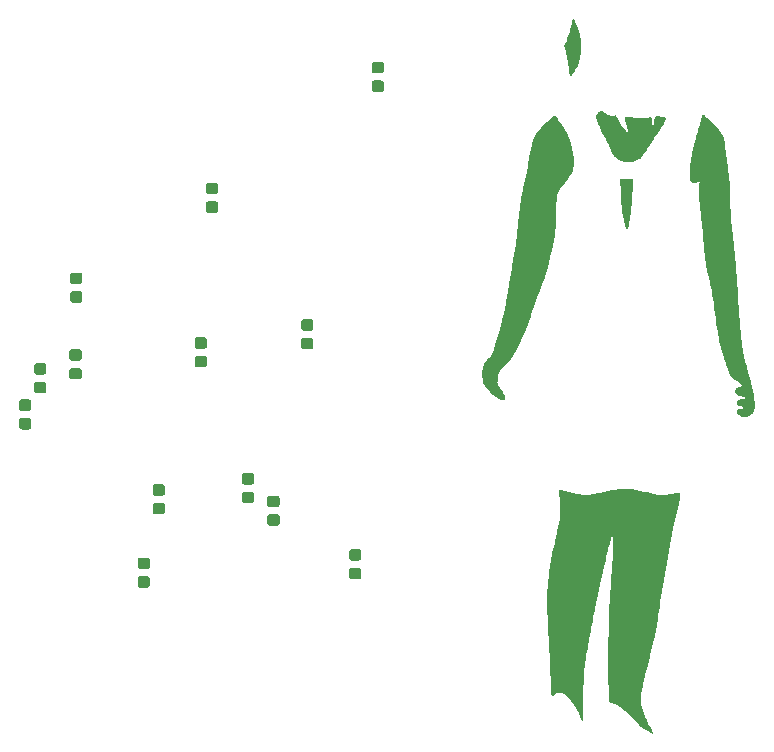
<source format=gbr>
G04 #@! TF.GenerationSoftware,KiCad,Pcbnew,5.1.5-52549c5~84~ubuntu18.04.1*
G04 #@! TF.CreationDate,2020-02-23T14:28:14-03:00*
G04 #@! TF.ProjectId,aquarius,61717561-7269-4757-932e-6b696361645f,0.0.0*
G04 #@! TF.SameCoordinates,Original*
G04 #@! TF.FileFunction,Soldermask,Top*
G04 #@! TF.FilePolarity,Negative*
%FSLAX46Y46*%
G04 Gerber Fmt 4.6, Leading zero omitted, Abs format (unit mm)*
G04 Created by KiCad (PCBNEW 5.1.5-52549c5~84~ubuntu18.04.1) date 2020-02-23 14:28:14*
%MOMM*%
%LPD*%
G04 APERTURE LIST*
%ADD10C,0.100000*%
G04 APERTURE END LIST*
D10*
G36*
X131115581Y-110244376D02*
G01*
X131139281Y-110247891D01*
X131162523Y-110253713D01*
X131185082Y-110261785D01*
X131206742Y-110272029D01*
X131227292Y-110284347D01*
X131246537Y-110298619D01*
X131264290Y-110314710D01*
X131280381Y-110332463D01*
X131294653Y-110351708D01*
X131306971Y-110372258D01*
X131317215Y-110393918D01*
X131325287Y-110416477D01*
X131331109Y-110439719D01*
X131334624Y-110463419D01*
X131335800Y-110487350D01*
X131335800Y-110975650D01*
X131334624Y-110999581D01*
X131331109Y-111023281D01*
X131325287Y-111046523D01*
X131317215Y-111069082D01*
X131306971Y-111090742D01*
X131294653Y-111111292D01*
X131280381Y-111130537D01*
X131264290Y-111148290D01*
X131246537Y-111164381D01*
X131227292Y-111178653D01*
X131206742Y-111190971D01*
X131185082Y-111201215D01*
X131162523Y-111209287D01*
X131139281Y-111215109D01*
X131115581Y-111218624D01*
X131091650Y-111219800D01*
X130528350Y-111219800D01*
X130504419Y-111218624D01*
X130480719Y-111215109D01*
X130457477Y-111209287D01*
X130434918Y-111201215D01*
X130413258Y-111190971D01*
X130392708Y-111178653D01*
X130373463Y-111164381D01*
X130355710Y-111148290D01*
X130339619Y-111130537D01*
X130325347Y-111111292D01*
X130313029Y-111090742D01*
X130302785Y-111069082D01*
X130294713Y-111046523D01*
X130288891Y-111023281D01*
X130285376Y-110999581D01*
X130284200Y-110975650D01*
X130284200Y-110487350D01*
X130285376Y-110463419D01*
X130288891Y-110439719D01*
X130294713Y-110416477D01*
X130302785Y-110393918D01*
X130313029Y-110372258D01*
X130325347Y-110351708D01*
X130339619Y-110332463D01*
X130355710Y-110314710D01*
X130373463Y-110298619D01*
X130392708Y-110284347D01*
X130413258Y-110272029D01*
X130434918Y-110261785D01*
X130457477Y-110253713D01*
X130480719Y-110247891D01*
X130504419Y-110244376D01*
X130528350Y-110243200D01*
X131091650Y-110243200D01*
X131115581Y-110244376D01*
G37*
G36*
X131115581Y-108669376D02*
G01*
X131139281Y-108672891D01*
X131162523Y-108678713D01*
X131185082Y-108686785D01*
X131206742Y-108697029D01*
X131227292Y-108709347D01*
X131246537Y-108723619D01*
X131264290Y-108739710D01*
X131280381Y-108757463D01*
X131294653Y-108776708D01*
X131306971Y-108797258D01*
X131317215Y-108818918D01*
X131325287Y-108841477D01*
X131331109Y-108864719D01*
X131334624Y-108888419D01*
X131335800Y-108912350D01*
X131335800Y-109400650D01*
X131334624Y-109424581D01*
X131331109Y-109448281D01*
X131325287Y-109471523D01*
X131317215Y-109494082D01*
X131306971Y-109515742D01*
X131294653Y-109536292D01*
X131280381Y-109555537D01*
X131264290Y-109573290D01*
X131246537Y-109589381D01*
X131227292Y-109603653D01*
X131206742Y-109615971D01*
X131185082Y-109626215D01*
X131162523Y-109634287D01*
X131139281Y-109640109D01*
X131115581Y-109643624D01*
X131091650Y-109644800D01*
X130528350Y-109644800D01*
X130504419Y-109643624D01*
X130480719Y-109640109D01*
X130457477Y-109634287D01*
X130434918Y-109626215D01*
X130413258Y-109615971D01*
X130392708Y-109603653D01*
X130373463Y-109589381D01*
X130355710Y-109573290D01*
X130339619Y-109555537D01*
X130325347Y-109536292D01*
X130313029Y-109515742D01*
X130302785Y-109494082D01*
X130294713Y-109471523D01*
X130288891Y-109448281D01*
X130285376Y-109424581D01*
X130284200Y-109400650D01*
X130284200Y-108912350D01*
X130285376Y-108888419D01*
X130288891Y-108864719D01*
X130294713Y-108841477D01*
X130302785Y-108818918D01*
X130313029Y-108797258D01*
X130325347Y-108776708D01*
X130339619Y-108757463D01*
X130355710Y-108739710D01*
X130373463Y-108723619D01*
X130392708Y-108709347D01*
X130413258Y-108697029D01*
X130434918Y-108686785D01*
X130457477Y-108678713D01*
X130480719Y-108672891D01*
X130504419Y-108669376D01*
X130528350Y-108668200D01*
X131091650Y-108668200D01*
X131115581Y-108669376D01*
G37*
G36*
X132385581Y-104033876D02*
G01*
X132409281Y-104037391D01*
X132432523Y-104043213D01*
X132455082Y-104051285D01*
X132476742Y-104061529D01*
X132497292Y-104073847D01*
X132516537Y-104088119D01*
X132534290Y-104104210D01*
X132550381Y-104121963D01*
X132564653Y-104141208D01*
X132576971Y-104161758D01*
X132587215Y-104183418D01*
X132595287Y-104205977D01*
X132601109Y-104229219D01*
X132604624Y-104252919D01*
X132605800Y-104276850D01*
X132605800Y-104765150D01*
X132604624Y-104789081D01*
X132601109Y-104812781D01*
X132595287Y-104836023D01*
X132587215Y-104858582D01*
X132576971Y-104880242D01*
X132564653Y-104900792D01*
X132550381Y-104920037D01*
X132534290Y-104937790D01*
X132516537Y-104953881D01*
X132497292Y-104968153D01*
X132476742Y-104980471D01*
X132455082Y-104990715D01*
X132432523Y-104998787D01*
X132409281Y-105004609D01*
X132385581Y-105008124D01*
X132361650Y-105009300D01*
X131798350Y-105009300D01*
X131774419Y-105008124D01*
X131750719Y-105004609D01*
X131727477Y-104998787D01*
X131704918Y-104990715D01*
X131683258Y-104980471D01*
X131662708Y-104968153D01*
X131643463Y-104953881D01*
X131625710Y-104937790D01*
X131609619Y-104920037D01*
X131595347Y-104900792D01*
X131583029Y-104880242D01*
X131572785Y-104858582D01*
X131564713Y-104836023D01*
X131558891Y-104812781D01*
X131555376Y-104789081D01*
X131554200Y-104765150D01*
X131554200Y-104276850D01*
X131555376Y-104252919D01*
X131558891Y-104229219D01*
X131564713Y-104205977D01*
X131572785Y-104183418D01*
X131583029Y-104161758D01*
X131595347Y-104141208D01*
X131609619Y-104121963D01*
X131625710Y-104104210D01*
X131643463Y-104088119D01*
X131662708Y-104073847D01*
X131683258Y-104061529D01*
X131704918Y-104051285D01*
X131727477Y-104043213D01*
X131750719Y-104037391D01*
X131774419Y-104033876D01*
X131798350Y-104032700D01*
X132361650Y-104032700D01*
X132385581Y-104033876D01*
G37*
G36*
X132385581Y-102458876D02*
G01*
X132409281Y-102462391D01*
X132432523Y-102468213D01*
X132455082Y-102476285D01*
X132476742Y-102486529D01*
X132497292Y-102498847D01*
X132516537Y-102513119D01*
X132534290Y-102529210D01*
X132550381Y-102546963D01*
X132564653Y-102566208D01*
X132576971Y-102586758D01*
X132587215Y-102608418D01*
X132595287Y-102630977D01*
X132601109Y-102654219D01*
X132604624Y-102677919D01*
X132605800Y-102701850D01*
X132605800Y-103190150D01*
X132604624Y-103214081D01*
X132601109Y-103237781D01*
X132595287Y-103261023D01*
X132587215Y-103283582D01*
X132576971Y-103305242D01*
X132564653Y-103325792D01*
X132550381Y-103345037D01*
X132534290Y-103362790D01*
X132516537Y-103378881D01*
X132497292Y-103393153D01*
X132476742Y-103405471D01*
X132455082Y-103415715D01*
X132432523Y-103423787D01*
X132409281Y-103429609D01*
X132385581Y-103433124D01*
X132361650Y-103434300D01*
X131798350Y-103434300D01*
X131774419Y-103433124D01*
X131750719Y-103429609D01*
X131727477Y-103423787D01*
X131704918Y-103415715D01*
X131683258Y-103405471D01*
X131662708Y-103393153D01*
X131643463Y-103378881D01*
X131625710Y-103362790D01*
X131609619Y-103345037D01*
X131595347Y-103325792D01*
X131583029Y-103305242D01*
X131572785Y-103283582D01*
X131564713Y-103261023D01*
X131558891Y-103237781D01*
X131555376Y-103214081D01*
X131554200Y-103190150D01*
X131554200Y-102701850D01*
X131555376Y-102677919D01*
X131558891Y-102654219D01*
X131564713Y-102630977D01*
X131572785Y-102608418D01*
X131583029Y-102586758D01*
X131595347Y-102566208D01*
X131609619Y-102546963D01*
X131625710Y-102529210D01*
X131643463Y-102513119D01*
X131662708Y-102498847D01*
X131683258Y-102486529D01*
X131704918Y-102476285D01*
X131727477Y-102468213D01*
X131750719Y-102462391D01*
X131774419Y-102458876D01*
X131798350Y-102457700D01*
X132361650Y-102457700D01*
X132385581Y-102458876D01*
G37*
G36*
X139942081Y-103081376D02*
G01*
X139965781Y-103084891D01*
X139989023Y-103090713D01*
X140011582Y-103098785D01*
X140033242Y-103109029D01*
X140053792Y-103121347D01*
X140073037Y-103135619D01*
X140090790Y-103151710D01*
X140106881Y-103169463D01*
X140121153Y-103188708D01*
X140133471Y-103209258D01*
X140143715Y-103230918D01*
X140151787Y-103253477D01*
X140157609Y-103276719D01*
X140161124Y-103300419D01*
X140162300Y-103324350D01*
X140162300Y-103812650D01*
X140161124Y-103836581D01*
X140157609Y-103860281D01*
X140151787Y-103883523D01*
X140143715Y-103906082D01*
X140133471Y-103927742D01*
X140121153Y-103948292D01*
X140106881Y-103967537D01*
X140090790Y-103985290D01*
X140073037Y-104001381D01*
X140053792Y-104015653D01*
X140033242Y-104027971D01*
X140011582Y-104038215D01*
X139989023Y-104046287D01*
X139965781Y-104052109D01*
X139942081Y-104055624D01*
X139918150Y-104056800D01*
X139354850Y-104056800D01*
X139330919Y-104055624D01*
X139307219Y-104052109D01*
X139283977Y-104046287D01*
X139261418Y-104038215D01*
X139239758Y-104027971D01*
X139219208Y-104015653D01*
X139199963Y-104001381D01*
X139182210Y-103985290D01*
X139166119Y-103967537D01*
X139151847Y-103948292D01*
X139139529Y-103927742D01*
X139129285Y-103906082D01*
X139121213Y-103883523D01*
X139115391Y-103860281D01*
X139111876Y-103836581D01*
X139110700Y-103812650D01*
X139110700Y-103324350D01*
X139111876Y-103300419D01*
X139115391Y-103276719D01*
X139121213Y-103253477D01*
X139129285Y-103230918D01*
X139139529Y-103209258D01*
X139151847Y-103188708D01*
X139166119Y-103169463D01*
X139182210Y-103151710D01*
X139199963Y-103135619D01*
X139219208Y-103121347D01*
X139239758Y-103109029D01*
X139261418Y-103098785D01*
X139283977Y-103090713D01*
X139307219Y-103084891D01*
X139330919Y-103081376D01*
X139354850Y-103080200D01*
X139918150Y-103080200D01*
X139942081Y-103081376D01*
G37*
G36*
X139942081Y-101506376D02*
G01*
X139965781Y-101509891D01*
X139989023Y-101515713D01*
X140011582Y-101523785D01*
X140033242Y-101534029D01*
X140053792Y-101546347D01*
X140073037Y-101560619D01*
X140090790Y-101576710D01*
X140106881Y-101594463D01*
X140121153Y-101613708D01*
X140133471Y-101634258D01*
X140143715Y-101655918D01*
X140151787Y-101678477D01*
X140157609Y-101701719D01*
X140161124Y-101725419D01*
X140162300Y-101749350D01*
X140162300Y-102237650D01*
X140161124Y-102261581D01*
X140157609Y-102285281D01*
X140151787Y-102308523D01*
X140143715Y-102331082D01*
X140133471Y-102352742D01*
X140121153Y-102373292D01*
X140106881Y-102392537D01*
X140090790Y-102410290D01*
X140073037Y-102426381D01*
X140053792Y-102440653D01*
X140033242Y-102452971D01*
X140011582Y-102463215D01*
X139989023Y-102471287D01*
X139965781Y-102477109D01*
X139942081Y-102480624D01*
X139918150Y-102481800D01*
X139354850Y-102481800D01*
X139330919Y-102480624D01*
X139307219Y-102477109D01*
X139283977Y-102471287D01*
X139261418Y-102463215D01*
X139239758Y-102452971D01*
X139219208Y-102440653D01*
X139199963Y-102426381D01*
X139182210Y-102410290D01*
X139166119Y-102392537D01*
X139151847Y-102373292D01*
X139139529Y-102352742D01*
X139129285Y-102331082D01*
X139121213Y-102308523D01*
X139115391Y-102285281D01*
X139111876Y-102261581D01*
X139110700Y-102237650D01*
X139110700Y-101749350D01*
X139111876Y-101725419D01*
X139115391Y-101701719D01*
X139121213Y-101678477D01*
X139129285Y-101655918D01*
X139139529Y-101634258D01*
X139151847Y-101613708D01*
X139166119Y-101594463D01*
X139182210Y-101576710D01*
X139199963Y-101560619D01*
X139219208Y-101546347D01*
X139239758Y-101534029D01*
X139261418Y-101523785D01*
X139283977Y-101515713D01*
X139307219Y-101509891D01*
X139330919Y-101506376D01*
X139354850Y-101505200D01*
X139918150Y-101505200D01*
X139942081Y-101506376D01*
G37*
G36*
X142101081Y-104986376D02*
G01*
X142124781Y-104989891D01*
X142148023Y-104995713D01*
X142170582Y-105003785D01*
X142192242Y-105014029D01*
X142212792Y-105026347D01*
X142232037Y-105040619D01*
X142249790Y-105056710D01*
X142265881Y-105074463D01*
X142280153Y-105093708D01*
X142292471Y-105114258D01*
X142302715Y-105135918D01*
X142310787Y-105158477D01*
X142316609Y-105181719D01*
X142320124Y-105205419D01*
X142321300Y-105229350D01*
X142321300Y-105717650D01*
X142320124Y-105741581D01*
X142316609Y-105765281D01*
X142310787Y-105788523D01*
X142302715Y-105811082D01*
X142292471Y-105832742D01*
X142280153Y-105853292D01*
X142265881Y-105872537D01*
X142249790Y-105890290D01*
X142232037Y-105906381D01*
X142212792Y-105920653D01*
X142192242Y-105932971D01*
X142170582Y-105943215D01*
X142148023Y-105951287D01*
X142124781Y-105957109D01*
X142101081Y-105960624D01*
X142077150Y-105961800D01*
X141513850Y-105961800D01*
X141489919Y-105960624D01*
X141466219Y-105957109D01*
X141442977Y-105951287D01*
X141420418Y-105943215D01*
X141398758Y-105932971D01*
X141378208Y-105920653D01*
X141358963Y-105906381D01*
X141341210Y-105890290D01*
X141325119Y-105872537D01*
X141310847Y-105853292D01*
X141298529Y-105832742D01*
X141288285Y-105811082D01*
X141280213Y-105788523D01*
X141274391Y-105765281D01*
X141270876Y-105741581D01*
X141269700Y-105717650D01*
X141269700Y-105229350D01*
X141270876Y-105205419D01*
X141274391Y-105181719D01*
X141280213Y-105158477D01*
X141288285Y-105135918D01*
X141298529Y-105114258D01*
X141310847Y-105093708D01*
X141325119Y-105074463D01*
X141341210Y-105056710D01*
X141358963Y-105040619D01*
X141378208Y-105026347D01*
X141398758Y-105014029D01*
X141420418Y-105003785D01*
X141442977Y-104995713D01*
X141466219Y-104989891D01*
X141489919Y-104986376D01*
X141513850Y-104985200D01*
X142077150Y-104985200D01*
X142101081Y-104986376D01*
G37*
G36*
X142101081Y-103411376D02*
G01*
X142124781Y-103414891D01*
X142148023Y-103420713D01*
X142170582Y-103428785D01*
X142192242Y-103439029D01*
X142212792Y-103451347D01*
X142232037Y-103465619D01*
X142249790Y-103481710D01*
X142265881Y-103499463D01*
X142280153Y-103518708D01*
X142292471Y-103539258D01*
X142302715Y-103560918D01*
X142310787Y-103583477D01*
X142316609Y-103606719D01*
X142320124Y-103630419D01*
X142321300Y-103654350D01*
X142321300Y-104142650D01*
X142320124Y-104166581D01*
X142316609Y-104190281D01*
X142310787Y-104213523D01*
X142302715Y-104236082D01*
X142292471Y-104257742D01*
X142280153Y-104278292D01*
X142265881Y-104297537D01*
X142249790Y-104315290D01*
X142232037Y-104331381D01*
X142212792Y-104345653D01*
X142192242Y-104357971D01*
X142170582Y-104368215D01*
X142148023Y-104376287D01*
X142124781Y-104382109D01*
X142101081Y-104385624D01*
X142077150Y-104386800D01*
X141513850Y-104386800D01*
X141489919Y-104385624D01*
X141466219Y-104382109D01*
X141442977Y-104376287D01*
X141420418Y-104368215D01*
X141398758Y-104357971D01*
X141378208Y-104345653D01*
X141358963Y-104331381D01*
X141341210Y-104315290D01*
X141325119Y-104297537D01*
X141310847Y-104278292D01*
X141298529Y-104257742D01*
X141288285Y-104236082D01*
X141280213Y-104213523D01*
X141274391Y-104190281D01*
X141270876Y-104166581D01*
X141269700Y-104142650D01*
X141269700Y-103654350D01*
X141270876Y-103630419D01*
X141274391Y-103606719D01*
X141280213Y-103583477D01*
X141288285Y-103560918D01*
X141298529Y-103539258D01*
X141310847Y-103518708D01*
X141325119Y-103499463D01*
X141341210Y-103481710D01*
X141358963Y-103465619D01*
X141378208Y-103451347D01*
X141398758Y-103439029D01*
X141420418Y-103428785D01*
X141442977Y-103420713D01*
X141466219Y-103414891D01*
X141489919Y-103411376D01*
X141513850Y-103410200D01*
X142077150Y-103410200D01*
X142101081Y-103411376D01*
G37*
G36*
X149022581Y-109520376D02*
G01*
X149046281Y-109523891D01*
X149069523Y-109529713D01*
X149092082Y-109537785D01*
X149113742Y-109548029D01*
X149134292Y-109560347D01*
X149153537Y-109574619D01*
X149171290Y-109590710D01*
X149187381Y-109608463D01*
X149201653Y-109627708D01*
X149213971Y-109648258D01*
X149224215Y-109669918D01*
X149232287Y-109692477D01*
X149238109Y-109715719D01*
X149241624Y-109739419D01*
X149242800Y-109763350D01*
X149242800Y-110251650D01*
X149241624Y-110275581D01*
X149238109Y-110299281D01*
X149232287Y-110322523D01*
X149224215Y-110345082D01*
X149213971Y-110366742D01*
X149201653Y-110387292D01*
X149187381Y-110406537D01*
X149171290Y-110424290D01*
X149153537Y-110440381D01*
X149134292Y-110454653D01*
X149113742Y-110466971D01*
X149092082Y-110477215D01*
X149069523Y-110485287D01*
X149046281Y-110491109D01*
X149022581Y-110494624D01*
X148998650Y-110495800D01*
X148435350Y-110495800D01*
X148411419Y-110494624D01*
X148387719Y-110491109D01*
X148364477Y-110485287D01*
X148341918Y-110477215D01*
X148320258Y-110466971D01*
X148299708Y-110454653D01*
X148280463Y-110440381D01*
X148262710Y-110424290D01*
X148246619Y-110406537D01*
X148232347Y-110387292D01*
X148220029Y-110366742D01*
X148209785Y-110345082D01*
X148201713Y-110322523D01*
X148195891Y-110299281D01*
X148192376Y-110275581D01*
X148191200Y-110251650D01*
X148191200Y-109763350D01*
X148192376Y-109739419D01*
X148195891Y-109715719D01*
X148201713Y-109692477D01*
X148209785Y-109669918D01*
X148220029Y-109648258D01*
X148232347Y-109627708D01*
X148246619Y-109608463D01*
X148262710Y-109590710D01*
X148280463Y-109574619D01*
X148299708Y-109560347D01*
X148320258Y-109548029D01*
X148341918Y-109537785D01*
X148364477Y-109529713D01*
X148387719Y-109523891D01*
X148411419Y-109520376D01*
X148435350Y-109519200D01*
X148998650Y-109519200D01*
X149022581Y-109520376D01*
G37*
G36*
X149022581Y-107945376D02*
G01*
X149046281Y-107948891D01*
X149069523Y-107954713D01*
X149092082Y-107962785D01*
X149113742Y-107973029D01*
X149134292Y-107985347D01*
X149153537Y-107999619D01*
X149171290Y-108015710D01*
X149187381Y-108033463D01*
X149201653Y-108052708D01*
X149213971Y-108073258D01*
X149224215Y-108094918D01*
X149232287Y-108117477D01*
X149238109Y-108140719D01*
X149241624Y-108164419D01*
X149242800Y-108188350D01*
X149242800Y-108676650D01*
X149241624Y-108700581D01*
X149238109Y-108724281D01*
X149232287Y-108747523D01*
X149224215Y-108770082D01*
X149213971Y-108791742D01*
X149201653Y-108812292D01*
X149187381Y-108831537D01*
X149171290Y-108849290D01*
X149153537Y-108865381D01*
X149134292Y-108879653D01*
X149113742Y-108891971D01*
X149092082Y-108902215D01*
X149069523Y-108910287D01*
X149046281Y-108916109D01*
X149022581Y-108919624D01*
X148998650Y-108920800D01*
X148435350Y-108920800D01*
X148411419Y-108919624D01*
X148387719Y-108916109D01*
X148364477Y-108910287D01*
X148341918Y-108902215D01*
X148320258Y-108891971D01*
X148299708Y-108879653D01*
X148280463Y-108865381D01*
X148262710Y-108849290D01*
X148246619Y-108831537D01*
X148232347Y-108812292D01*
X148220029Y-108791742D01*
X148209785Y-108770082D01*
X148201713Y-108747523D01*
X148195891Y-108724281D01*
X148192376Y-108700581D01*
X148191200Y-108676650D01*
X148191200Y-108188350D01*
X148192376Y-108164419D01*
X148195891Y-108140719D01*
X148201713Y-108117477D01*
X148209785Y-108094918D01*
X148220029Y-108073258D01*
X148232347Y-108052708D01*
X148246619Y-108033463D01*
X148262710Y-108015710D01*
X148280463Y-107999619D01*
X148299708Y-107985347D01*
X148320258Y-107973029D01*
X148341918Y-107962785D01*
X148364477Y-107954713D01*
X148387719Y-107948891D01*
X148411419Y-107945376D01*
X148435350Y-107944200D01*
X148998650Y-107944200D01*
X149022581Y-107945376D01*
G37*
G36*
X121082581Y-96845876D02*
G01*
X121106281Y-96849391D01*
X121129523Y-96855213D01*
X121152082Y-96863285D01*
X121173742Y-96873529D01*
X121194292Y-96885847D01*
X121213537Y-96900119D01*
X121231290Y-96916210D01*
X121247381Y-96933963D01*
X121261653Y-96953208D01*
X121273971Y-96973758D01*
X121284215Y-96995418D01*
X121292287Y-97017977D01*
X121298109Y-97041219D01*
X121301624Y-97064919D01*
X121302800Y-97088850D01*
X121302800Y-97577150D01*
X121301624Y-97601081D01*
X121298109Y-97624781D01*
X121292287Y-97648023D01*
X121284215Y-97670582D01*
X121273971Y-97692242D01*
X121261653Y-97712792D01*
X121247381Y-97732037D01*
X121231290Y-97749790D01*
X121213537Y-97765881D01*
X121194292Y-97780153D01*
X121173742Y-97792471D01*
X121152082Y-97802715D01*
X121129523Y-97810787D01*
X121106281Y-97816609D01*
X121082581Y-97820124D01*
X121058650Y-97821300D01*
X120495350Y-97821300D01*
X120471419Y-97820124D01*
X120447719Y-97816609D01*
X120424477Y-97810787D01*
X120401918Y-97802715D01*
X120380258Y-97792471D01*
X120359708Y-97780153D01*
X120340463Y-97765881D01*
X120322710Y-97749790D01*
X120306619Y-97732037D01*
X120292347Y-97712792D01*
X120280029Y-97692242D01*
X120269785Y-97670582D01*
X120261713Y-97648023D01*
X120255891Y-97624781D01*
X120252376Y-97601081D01*
X120251200Y-97577150D01*
X120251200Y-97088850D01*
X120252376Y-97064919D01*
X120255891Y-97041219D01*
X120261713Y-97017977D01*
X120269785Y-96995418D01*
X120280029Y-96973758D01*
X120292347Y-96953208D01*
X120306619Y-96933963D01*
X120322710Y-96916210D01*
X120340463Y-96900119D01*
X120359708Y-96885847D01*
X120380258Y-96873529D01*
X120401918Y-96863285D01*
X120424477Y-96855213D01*
X120447719Y-96849391D01*
X120471419Y-96845876D01*
X120495350Y-96844700D01*
X121058650Y-96844700D01*
X121082581Y-96845876D01*
G37*
G36*
X121082581Y-95270876D02*
G01*
X121106281Y-95274391D01*
X121129523Y-95280213D01*
X121152082Y-95288285D01*
X121173742Y-95298529D01*
X121194292Y-95310847D01*
X121213537Y-95325119D01*
X121231290Y-95341210D01*
X121247381Y-95358963D01*
X121261653Y-95378208D01*
X121273971Y-95398758D01*
X121284215Y-95420418D01*
X121292287Y-95442977D01*
X121298109Y-95466219D01*
X121301624Y-95489919D01*
X121302800Y-95513850D01*
X121302800Y-96002150D01*
X121301624Y-96026081D01*
X121298109Y-96049781D01*
X121292287Y-96073023D01*
X121284215Y-96095582D01*
X121273971Y-96117242D01*
X121261653Y-96137792D01*
X121247381Y-96157037D01*
X121231290Y-96174790D01*
X121213537Y-96190881D01*
X121194292Y-96205153D01*
X121173742Y-96217471D01*
X121152082Y-96227715D01*
X121129523Y-96235787D01*
X121106281Y-96241609D01*
X121082581Y-96245124D01*
X121058650Y-96246300D01*
X120495350Y-96246300D01*
X120471419Y-96245124D01*
X120447719Y-96241609D01*
X120424477Y-96235787D01*
X120401918Y-96227715D01*
X120380258Y-96217471D01*
X120359708Y-96205153D01*
X120340463Y-96190881D01*
X120322710Y-96174790D01*
X120306619Y-96157037D01*
X120292347Y-96137792D01*
X120280029Y-96117242D01*
X120269785Y-96095582D01*
X120261713Y-96073023D01*
X120255891Y-96049781D01*
X120252376Y-96026081D01*
X120251200Y-96002150D01*
X120251200Y-95513850D01*
X120252376Y-95489919D01*
X120255891Y-95466219D01*
X120261713Y-95442977D01*
X120269785Y-95420418D01*
X120280029Y-95398758D01*
X120292347Y-95378208D01*
X120306619Y-95358963D01*
X120322710Y-95341210D01*
X120340463Y-95325119D01*
X120359708Y-95310847D01*
X120380258Y-95298529D01*
X120401918Y-95288285D01*
X120424477Y-95280213D01*
X120447719Y-95274391D01*
X120471419Y-95270876D01*
X120495350Y-95269700D01*
X121058650Y-95269700D01*
X121082581Y-95270876D01*
G37*
G36*
X122352581Y-93772376D02*
G01*
X122376281Y-93775891D01*
X122399523Y-93781713D01*
X122422082Y-93789785D01*
X122443742Y-93800029D01*
X122464292Y-93812347D01*
X122483537Y-93826619D01*
X122501290Y-93842710D01*
X122517381Y-93860463D01*
X122531653Y-93879708D01*
X122543971Y-93900258D01*
X122554215Y-93921918D01*
X122562287Y-93944477D01*
X122568109Y-93967719D01*
X122571624Y-93991419D01*
X122572800Y-94015350D01*
X122572800Y-94503650D01*
X122571624Y-94527581D01*
X122568109Y-94551281D01*
X122562287Y-94574523D01*
X122554215Y-94597082D01*
X122543971Y-94618742D01*
X122531653Y-94639292D01*
X122517381Y-94658537D01*
X122501290Y-94676290D01*
X122483537Y-94692381D01*
X122464292Y-94706653D01*
X122443742Y-94718971D01*
X122422082Y-94729215D01*
X122399523Y-94737287D01*
X122376281Y-94743109D01*
X122352581Y-94746624D01*
X122328650Y-94747800D01*
X121765350Y-94747800D01*
X121741419Y-94746624D01*
X121717719Y-94743109D01*
X121694477Y-94737287D01*
X121671918Y-94729215D01*
X121650258Y-94718971D01*
X121629708Y-94706653D01*
X121610463Y-94692381D01*
X121592710Y-94676290D01*
X121576619Y-94658537D01*
X121562347Y-94639292D01*
X121550029Y-94618742D01*
X121539785Y-94597082D01*
X121531713Y-94574523D01*
X121525891Y-94551281D01*
X121522376Y-94527581D01*
X121521200Y-94503650D01*
X121521200Y-94015350D01*
X121522376Y-93991419D01*
X121525891Y-93967719D01*
X121531713Y-93944477D01*
X121539785Y-93921918D01*
X121550029Y-93900258D01*
X121562347Y-93879708D01*
X121576619Y-93860463D01*
X121592710Y-93842710D01*
X121610463Y-93826619D01*
X121629708Y-93812347D01*
X121650258Y-93800029D01*
X121671918Y-93789785D01*
X121694477Y-93781713D01*
X121717719Y-93775891D01*
X121741419Y-93772376D01*
X121765350Y-93771200D01*
X122328650Y-93771200D01*
X122352581Y-93772376D01*
G37*
G36*
X122352581Y-92197376D02*
G01*
X122376281Y-92200891D01*
X122399523Y-92206713D01*
X122422082Y-92214785D01*
X122443742Y-92225029D01*
X122464292Y-92237347D01*
X122483537Y-92251619D01*
X122501290Y-92267710D01*
X122517381Y-92285463D01*
X122531653Y-92304708D01*
X122543971Y-92325258D01*
X122554215Y-92346918D01*
X122562287Y-92369477D01*
X122568109Y-92392719D01*
X122571624Y-92416419D01*
X122572800Y-92440350D01*
X122572800Y-92928650D01*
X122571624Y-92952581D01*
X122568109Y-92976281D01*
X122562287Y-92999523D01*
X122554215Y-93022082D01*
X122543971Y-93043742D01*
X122531653Y-93064292D01*
X122517381Y-93083537D01*
X122501290Y-93101290D01*
X122483537Y-93117381D01*
X122464292Y-93131653D01*
X122443742Y-93143971D01*
X122422082Y-93154215D01*
X122399523Y-93162287D01*
X122376281Y-93168109D01*
X122352581Y-93171624D01*
X122328650Y-93172800D01*
X121765350Y-93172800D01*
X121741419Y-93171624D01*
X121717719Y-93168109D01*
X121694477Y-93162287D01*
X121671918Y-93154215D01*
X121650258Y-93143971D01*
X121629708Y-93131653D01*
X121610463Y-93117381D01*
X121592710Y-93101290D01*
X121576619Y-93083537D01*
X121562347Y-93064292D01*
X121550029Y-93043742D01*
X121539785Y-93022082D01*
X121531713Y-92999523D01*
X121525891Y-92976281D01*
X121522376Y-92952581D01*
X121521200Y-92928650D01*
X121521200Y-92440350D01*
X121522376Y-92416419D01*
X121525891Y-92392719D01*
X121531713Y-92369477D01*
X121539785Y-92346918D01*
X121550029Y-92325258D01*
X121562347Y-92304708D01*
X121576619Y-92285463D01*
X121592710Y-92267710D01*
X121610463Y-92251619D01*
X121629708Y-92237347D01*
X121650258Y-92225029D01*
X121671918Y-92214785D01*
X121694477Y-92206713D01*
X121717719Y-92200891D01*
X121741419Y-92197376D01*
X121765350Y-92196200D01*
X122328650Y-92196200D01*
X122352581Y-92197376D01*
G37*
G36*
X125337081Y-92603876D02*
G01*
X125360781Y-92607391D01*
X125384023Y-92613213D01*
X125406582Y-92621285D01*
X125428242Y-92631529D01*
X125448792Y-92643847D01*
X125468037Y-92658119D01*
X125485790Y-92674210D01*
X125501881Y-92691963D01*
X125516153Y-92711208D01*
X125528471Y-92731758D01*
X125538715Y-92753418D01*
X125546787Y-92775977D01*
X125552609Y-92799219D01*
X125556124Y-92822919D01*
X125557300Y-92846850D01*
X125557300Y-93335150D01*
X125556124Y-93359081D01*
X125552609Y-93382781D01*
X125546787Y-93406023D01*
X125538715Y-93428582D01*
X125528471Y-93450242D01*
X125516153Y-93470792D01*
X125501881Y-93490037D01*
X125485790Y-93507790D01*
X125468037Y-93523881D01*
X125448792Y-93538153D01*
X125428242Y-93550471D01*
X125406582Y-93560715D01*
X125384023Y-93568787D01*
X125360781Y-93574609D01*
X125337081Y-93578124D01*
X125313150Y-93579300D01*
X124749850Y-93579300D01*
X124725919Y-93578124D01*
X124702219Y-93574609D01*
X124678977Y-93568787D01*
X124656418Y-93560715D01*
X124634758Y-93550471D01*
X124614208Y-93538153D01*
X124594963Y-93523881D01*
X124577210Y-93507790D01*
X124561119Y-93490037D01*
X124546847Y-93470792D01*
X124534529Y-93450242D01*
X124524285Y-93428582D01*
X124516213Y-93406023D01*
X124510391Y-93382781D01*
X124506876Y-93359081D01*
X124505700Y-93335150D01*
X124505700Y-92846850D01*
X124506876Y-92822919D01*
X124510391Y-92799219D01*
X124516213Y-92775977D01*
X124524285Y-92753418D01*
X124534529Y-92731758D01*
X124546847Y-92711208D01*
X124561119Y-92691963D01*
X124577210Y-92674210D01*
X124594963Y-92658119D01*
X124614208Y-92643847D01*
X124634758Y-92631529D01*
X124656418Y-92621285D01*
X124678977Y-92613213D01*
X124702219Y-92607391D01*
X124725919Y-92603876D01*
X124749850Y-92602700D01*
X125313150Y-92602700D01*
X125337081Y-92603876D01*
G37*
G36*
X125337081Y-91028876D02*
G01*
X125360781Y-91032391D01*
X125384023Y-91038213D01*
X125406582Y-91046285D01*
X125428242Y-91056529D01*
X125448792Y-91068847D01*
X125468037Y-91083119D01*
X125485790Y-91099210D01*
X125501881Y-91116963D01*
X125516153Y-91136208D01*
X125528471Y-91156758D01*
X125538715Y-91178418D01*
X125546787Y-91200977D01*
X125552609Y-91224219D01*
X125556124Y-91247919D01*
X125557300Y-91271850D01*
X125557300Y-91760150D01*
X125556124Y-91784081D01*
X125552609Y-91807781D01*
X125546787Y-91831023D01*
X125538715Y-91853582D01*
X125528471Y-91875242D01*
X125516153Y-91895792D01*
X125501881Y-91915037D01*
X125485790Y-91932790D01*
X125468037Y-91948881D01*
X125448792Y-91963153D01*
X125428242Y-91975471D01*
X125406582Y-91985715D01*
X125384023Y-91993787D01*
X125360781Y-91999609D01*
X125337081Y-92003124D01*
X125313150Y-92004300D01*
X124749850Y-92004300D01*
X124725919Y-92003124D01*
X124702219Y-91999609D01*
X124678977Y-91993787D01*
X124656418Y-91985715D01*
X124634758Y-91975471D01*
X124614208Y-91963153D01*
X124594963Y-91948881D01*
X124577210Y-91932790D01*
X124561119Y-91915037D01*
X124546847Y-91895792D01*
X124534529Y-91875242D01*
X124524285Y-91853582D01*
X124516213Y-91831023D01*
X124510391Y-91807781D01*
X124506876Y-91784081D01*
X124505700Y-91760150D01*
X124505700Y-91271850D01*
X124506876Y-91247919D01*
X124510391Y-91224219D01*
X124516213Y-91200977D01*
X124524285Y-91178418D01*
X124534529Y-91156758D01*
X124546847Y-91136208D01*
X124561119Y-91116963D01*
X124577210Y-91099210D01*
X124594963Y-91083119D01*
X124614208Y-91068847D01*
X124634758Y-91056529D01*
X124656418Y-91046285D01*
X124678977Y-91038213D01*
X124702219Y-91032391D01*
X124725919Y-91028876D01*
X124749850Y-91027700D01*
X125313150Y-91027700D01*
X125337081Y-91028876D01*
G37*
G36*
X144958581Y-90051376D02*
G01*
X144982281Y-90054891D01*
X145005523Y-90060713D01*
X145028082Y-90068785D01*
X145049742Y-90079029D01*
X145070292Y-90091347D01*
X145089537Y-90105619D01*
X145107290Y-90121710D01*
X145123381Y-90139463D01*
X145137653Y-90158708D01*
X145149971Y-90179258D01*
X145160215Y-90200918D01*
X145168287Y-90223477D01*
X145174109Y-90246719D01*
X145177624Y-90270419D01*
X145178800Y-90294350D01*
X145178800Y-90782650D01*
X145177624Y-90806581D01*
X145174109Y-90830281D01*
X145168287Y-90853523D01*
X145160215Y-90876082D01*
X145149971Y-90897742D01*
X145137653Y-90918292D01*
X145123381Y-90937537D01*
X145107290Y-90955290D01*
X145089537Y-90971381D01*
X145070292Y-90985653D01*
X145049742Y-90997971D01*
X145028082Y-91008215D01*
X145005523Y-91016287D01*
X144982281Y-91022109D01*
X144958581Y-91025624D01*
X144934650Y-91026800D01*
X144371350Y-91026800D01*
X144347419Y-91025624D01*
X144323719Y-91022109D01*
X144300477Y-91016287D01*
X144277918Y-91008215D01*
X144256258Y-90997971D01*
X144235708Y-90985653D01*
X144216463Y-90971381D01*
X144198710Y-90955290D01*
X144182619Y-90937537D01*
X144168347Y-90918292D01*
X144156029Y-90897742D01*
X144145785Y-90876082D01*
X144137713Y-90853523D01*
X144131891Y-90830281D01*
X144128376Y-90806581D01*
X144127200Y-90782650D01*
X144127200Y-90294350D01*
X144128376Y-90270419D01*
X144131891Y-90246719D01*
X144137713Y-90223477D01*
X144145785Y-90200918D01*
X144156029Y-90179258D01*
X144168347Y-90158708D01*
X144182619Y-90139463D01*
X144198710Y-90121710D01*
X144216463Y-90105619D01*
X144235708Y-90091347D01*
X144256258Y-90079029D01*
X144277918Y-90068785D01*
X144300477Y-90060713D01*
X144323719Y-90054891D01*
X144347419Y-90051376D01*
X144371350Y-90050200D01*
X144934650Y-90050200D01*
X144958581Y-90051376D01*
G37*
G36*
X144958581Y-88476376D02*
G01*
X144982281Y-88479891D01*
X145005523Y-88485713D01*
X145028082Y-88493785D01*
X145049742Y-88504029D01*
X145070292Y-88516347D01*
X145089537Y-88530619D01*
X145107290Y-88546710D01*
X145123381Y-88564463D01*
X145137653Y-88583708D01*
X145149971Y-88604258D01*
X145160215Y-88625918D01*
X145168287Y-88648477D01*
X145174109Y-88671719D01*
X145177624Y-88695419D01*
X145178800Y-88719350D01*
X145178800Y-89207650D01*
X145177624Y-89231581D01*
X145174109Y-89255281D01*
X145168287Y-89278523D01*
X145160215Y-89301082D01*
X145149971Y-89322742D01*
X145137653Y-89343292D01*
X145123381Y-89362537D01*
X145107290Y-89380290D01*
X145089537Y-89396381D01*
X145070292Y-89410653D01*
X145049742Y-89422971D01*
X145028082Y-89433215D01*
X145005523Y-89441287D01*
X144982281Y-89447109D01*
X144958581Y-89450624D01*
X144934650Y-89451800D01*
X144371350Y-89451800D01*
X144347419Y-89450624D01*
X144323719Y-89447109D01*
X144300477Y-89441287D01*
X144277918Y-89433215D01*
X144256258Y-89422971D01*
X144235708Y-89410653D01*
X144216463Y-89396381D01*
X144198710Y-89380290D01*
X144182619Y-89362537D01*
X144168347Y-89343292D01*
X144156029Y-89322742D01*
X144145785Y-89301082D01*
X144137713Y-89278523D01*
X144131891Y-89255281D01*
X144128376Y-89231581D01*
X144127200Y-89207650D01*
X144127200Y-88719350D01*
X144128376Y-88695419D01*
X144131891Y-88671719D01*
X144137713Y-88648477D01*
X144145785Y-88625918D01*
X144156029Y-88604258D01*
X144168347Y-88583708D01*
X144182619Y-88564463D01*
X144198710Y-88546710D01*
X144216463Y-88530619D01*
X144235708Y-88516347D01*
X144256258Y-88504029D01*
X144277918Y-88493785D01*
X144300477Y-88485713D01*
X144323719Y-88479891D01*
X144347419Y-88476376D01*
X144371350Y-88475200D01*
X144934650Y-88475200D01*
X144958581Y-88476376D01*
G37*
G36*
X135941581Y-91587876D02*
G01*
X135965281Y-91591391D01*
X135988523Y-91597213D01*
X136011082Y-91605285D01*
X136032742Y-91615529D01*
X136053292Y-91627847D01*
X136072537Y-91642119D01*
X136090290Y-91658210D01*
X136106381Y-91675963D01*
X136120653Y-91695208D01*
X136132971Y-91715758D01*
X136143215Y-91737418D01*
X136151287Y-91759977D01*
X136157109Y-91783219D01*
X136160624Y-91806919D01*
X136161800Y-91830850D01*
X136161800Y-92319150D01*
X136160624Y-92343081D01*
X136157109Y-92366781D01*
X136151287Y-92390023D01*
X136143215Y-92412582D01*
X136132971Y-92434242D01*
X136120653Y-92454792D01*
X136106381Y-92474037D01*
X136090290Y-92491790D01*
X136072537Y-92507881D01*
X136053292Y-92522153D01*
X136032742Y-92534471D01*
X136011082Y-92544715D01*
X135988523Y-92552787D01*
X135965281Y-92558609D01*
X135941581Y-92562124D01*
X135917650Y-92563300D01*
X135354350Y-92563300D01*
X135330419Y-92562124D01*
X135306719Y-92558609D01*
X135283477Y-92552787D01*
X135260918Y-92544715D01*
X135239258Y-92534471D01*
X135218708Y-92522153D01*
X135199463Y-92507881D01*
X135181710Y-92491790D01*
X135165619Y-92474037D01*
X135151347Y-92454792D01*
X135139029Y-92434242D01*
X135128785Y-92412582D01*
X135120713Y-92390023D01*
X135114891Y-92366781D01*
X135111376Y-92343081D01*
X135110200Y-92319150D01*
X135110200Y-91830850D01*
X135111376Y-91806919D01*
X135114891Y-91783219D01*
X135120713Y-91759977D01*
X135128785Y-91737418D01*
X135139029Y-91715758D01*
X135151347Y-91695208D01*
X135165619Y-91675963D01*
X135181710Y-91658210D01*
X135199463Y-91642119D01*
X135218708Y-91627847D01*
X135239258Y-91615529D01*
X135260918Y-91605285D01*
X135283477Y-91597213D01*
X135306719Y-91591391D01*
X135330419Y-91587876D01*
X135354350Y-91586700D01*
X135917650Y-91586700D01*
X135941581Y-91587876D01*
G37*
G36*
X135941581Y-90012876D02*
G01*
X135965281Y-90016391D01*
X135988523Y-90022213D01*
X136011082Y-90030285D01*
X136032742Y-90040529D01*
X136053292Y-90052847D01*
X136072537Y-90067119D01*
X136090290Y-90083210D01*
X136106381Y-90100963D01*
X136120653Y-90120208D01*
X136132971Y-90140758D01*
X136143215Y-90162418D01*
X136151287Y-90184977D01*
X136157109Y-90208219D01*
X136160624Y-90231919D01*
X136161800Y-90255850D01*
X136161800Y-90744150D01*
X136160624Y-90768081D01*
X136157109Y-90791781D01*
X136151287Y-90815023D01*
X136143215Y-90837582D01*
X136132971Y-90859242D01*
X136120653Y-90879792D01*
X136106381Y-90899037D01*
X136090290Y-90916790D01*
X136072537Y-90932881D01*
X136053292Y-90947153D01*
X136032742Y-90959471D01*
X136011082Y-90969715D01*
X135988523Y-90977787D01*
X135965281Y-90983609D01*
X135941581Y-90987124D01*
X135917650Y-90988300D01*
X135354350Y-90988300D01*
X135330419Y-90987124D01*
X135306719Y-90983609D01*
X135283477Y-90977787D01*
X135260918Y-90969715D01*
X135239258Y-90959471D01*
X135218708Y-90947153D01*
X135199463Y-90932881D01*
X135181710Y-90916790D01*
X135165619Y-90899037D01*
X135151347Y-90879792D01*
X135139029Y-90859242D01*
X135128785Y-90837582D01*
X135120713Y-90815023D01*
X135114891Y-90791781D01*
X135111376Y-90768081D01*
X135110200Y-90744150D01*
X135110200Y-90255850D01*
X135111376Y-90231919D01*
X135114891Y-90208219D01*
X135120713Y-90184977D01*
X135128785Y-90162418D01*
X135139029Y-90140758D01*
X135151347Y-90120208D01*
X135165619Y-90100963D01*
X135181710Y-90083210D01*
X135199463Y-90067119D01*
X135218708Y-90052847D01*
X135239258Y-90040529D01*
X135260918Y-90030285D01*
X135283477Y-90022213D01*
X135306719Y-90016391D01*
X135330419Y-90012876D01*
X135354350Y-90011700D01*
X135917650Y-90011700D01*
X135941581Y-90012876D01*
G37*
G36*
X125400581Y-86114376D02*
G01*
X125424281Y-86117891D01*
X125447523Y-86123713D01*
X125470082Y-86131785D01*
X125491742Y-86142029D01*
X125512292Y-86154347D01*
X125531537Y-86168619D01*
X125549290Y-86184710D01*
X125565381Y-86202463D01*
X125579653Y-86221708D01*
X125591971Y-86242258D01*
X125602215Y-86263918D01*
X125610287Y-86286477D01*
X125616109Y-86309719D01*
X125619624Y-86333419D01*
X125620800Y-86357350D01*
X125620800Y-86845650D01*
X125619624Y-86869581D01*
X125616109Y-86893281D01*
X125610287Y-86916523D01*
X125602215Y-86939082D01*
X125591971Y-86960742D01*
X125579653Y-86981292D01*
X125565381Y-87000537D01*
X125549290Y-87018290D01*
X125531537Y-87034381D01*
X125512292Y-87048653D01*
X125491742Y-87060971D01*
X125470082Y-87071215D01*
X125447523Y-87079287D01*
X125424281Y-87085109D01*
X125400581Y-87088624D01*
X125376650Y-87089800D01*
X124813350Y-87089800D01*
X124789419Y-87088624D01*
X124765719Y-87085109D01*
X124742477Y-87079287D01*
X124719918Y-87071215D01*
X124698258Y-87060971D01*
X124677708Y-87048653D01*
X124658463Y-87034381D01*
X124640710Y-87018290D01*
X124624619Y-87000537D01*
X124610347Y-86981292D01*
X124598029Y-86960742D01*
X124587785Y-86939082D01*
X124579713Y-86916523D01*
X124573891Y-86893281D01*
X124570376Y-86869581D01*
X124569200Y-86845650D01*
X124569200Y-86357350D01*
X124570376Y-86333419D01*
X124573891Y-86309719D01*
X124579713Y-86286477D01*
X124587785Y-86263918D01*
X124598029Y-86242258D01*
X124610347Y-86221708D01*
X124624619Y-86202463D01*
X124640710Y-86184710D01*
X124658463Y-86168619D01*
X124677708Y-86154347D01*
X124698258Y-86142029D01*
X124719918Y-86131785D01*
X124742477Y-86123713D01*
X124765719Y-86117891D01*
X124789419Y-86114376D01*
X124813350Y-86113200D01*
X125376650Y-86113200D01*
X125400581Y-86114376D01*
G37*
G36*
X125400581Y-84539376D02*
G01*
X125424281Y-84542891D01*
X125447523Y-84548713D01*
X125470082Y-84556785D01*
X125491742Y-84567029D01*
X125512292Y-84579347D01*
X125531537Y-84593619D01*
X125549290Y-84609710D01*
X125565381Y-84627463D01*
X125579653Y-84646708D01*
X125591971Y-84667258D01*
X125602215Y-84688918D01*
X125610287Y-84711477D01*
X125616109Y-84734719D01*
X125619624Y-84758419D01*
X125620800Y-84782350D01*
X125620800Y-85270650D01*
X125619624Y-85294581D01*
X125616109Y-85318281D01*
X125610287Y-85341523D01*
X125602215Y-85364082D01*
X125591971Y-85385742D01*
X125579653Y-85406292D01*
X125565381Y-85425537D01*
X125549290Y-85443290D01*
X125531537Y-85459381D01*
X125512292Y-85473653D01*
X125491742Y-85485971D01*
X125470082Y-85496215D01*
X125447523Y-85504287D01*
X125424281Y-85510109D01*
X125400581Y-85513624D01*
X125376650Y-85514800D01*
X124813350Y-85514800D01*
X124789419Y-85513624D01*
X124765719Y-85510109D01*
X124742477Y-85504287D01*
X124719918Y-85496215D01*
X124698258Y-85485971D01*
X124677708Y-85473653D01*
X124658463Y-85459381D01*
X124640710Y-85443290D01*
X124624619Y-85425537D01*
X124610347Y-85406292D01*
X124598029Y-85385742D01*
X124587785Y-85364082D01*
X124579713Y-85341523D01*
X124573891Y-85318281D01*
X124570376Y-85294581D01*
X124569200Y-85270650D01*
X124569200Y-84782350D01*
X124570376Y-84758419D01*
X124573891Y-84734719D01*
X124579713Y-84711477D01*
X124587785Y-84688918D01*
X124598029Y-84667258D01*
X124610347Y-84646708D01*
X124624619Y-84627463D01*
X124640710Y-84609710D01*
X124658463Y-84593619D01*
X124677708Y-84579347D01*
X124698258Y-84567029D01*
X124719918Y-84556785D01*
X124742477Y-84548713D01*
X124765719Y-84542891D01*
X124789419Y-84539376D01*
X124813350Y-84538200D01*
X125376650Y-84538200D01*
X125400581Y-84539376D01*
G37*
G36*
X136894081Y-78494376D02*
G01*
X136917781Y-78497891D01*
X136941023Y-78503713D01*
X136963582Y-78511785D01*
X136985242Y-78522029D01*
X137005792Y-78534347D01*
X137025037Y-78548619D01*
X137042790Y-78564710D01*
X137058881Y-78582463D01*
X137073153Y-78601708D01*
X137085471Y-78622258D01*
X137095715Y-78643918D01*
X137103787Y-78666477D01*
X137109609Y-78689719D01*
X137113124Y-78713419D01*
X137114300Y-78737350D01*
X137114300Y-79225650D01*
X137113124Y-79249581D01*
X137109609Y-79273281D01*
X137103787Y-79296523D01*
X137095715Y-79319082D01*
X137085471Y-79340742D01*
X137073153Y-79361292D01*
X137058881Y-79380537D01*
X137042790Y-79398290D01*
X137025037Y-79414381D01*
X137005792Y-79428653D01*
X136985242Y-79440971D01*
X136963582Y-79451215D01*
X136941023Y-79459287D01*
X136917781Y-79465109D01*
X136894081Y-79468624D01*
X136870150Y-79469800D01*
X136306850Y-79469800D01*
X136282919Y-79468624D01*
X136259219Y-79465109D01*
X136235977Y-79459287D01*
X136213418Y-79451215D01*
X136191758Y-79440971D01*
X136171208Y-79428653D01*
X136151963Y-79414381D01*
X136134210Y-79398290D01*
X136118119Y-79380537D01*
X136103847Y-79361292D01*
X136091529Y-79340742D01*
X136081285Y-79319082D01*
X136073213Y-79296523D01*
X136067391Y-79273281D01*
X136063876Y-79249581D01*
X136062700Y-79225650D01*
X136062700Y-78737350D01*
X136063876Y-78713419D01*
X136067391Y-78689719D01*
X136073213Y-78666477D01*
X136081285Y-78643918D01*
X136091529Y-78622258D01*
X136103847Y-78601708D01*
X136118119Y-78582463D01*
X136134210Y-78564710D01*
X136151963Y-78548619D01*
X136171208Y-78534347D01*
X136191758Y-78522029D01*
X136213418Y-78511785D01*
X136235977Y-78503713D01*
X136259219Y-78497891D01*
X136282919Y-78494376D01*
X136306850Y-78493200D01*
X136870150Y-78493200D01*
X136894081Y-78494376D01*
G37*
G36*
X136894081Y-76919376D02*
G01*
X136917781Y-76922891D01*
X136941023Y-76928713D01*
X136963582Y-76936785D01*
X136985242Y-76947029D01*
X137005792Y-76959347D01*
X137025037Y-76973619D01*
X137042790Y-76989710D01*
X137058881Y-77007463D01*
X137073153Y-77026708D01*
X137085471Y-77047258D01*
X137095715Y-77068918D01*
X137103787Y-77091477D01*
X137109609Y-77114719D01*
X137113124Y-77138419D01*
X137114300Y-77162350D01*
X137114300Y-77650650D01*
X137113124Y-77674581D01*
X137109609Y-77698281D01*
X137103787Y-77721523D01*
X137095715Y-77744082D01*
X137085471Y-77765742D01*
X137073153Y-77786292D01*
X137058881Y-77805537D01*
X137042790Y-77823290D01*
X137025037Y-77839381D01*
X137005792Y-77853653D01*
X136985242Y-77865971D01*
X136963582Y-77876215D01*
X136941023Y-77884287D01*
X136917781Y-77890109D01*
X136894081Y-77893624D01*
X136870150Y-77894800D01*
X136306850Y-77894800D01*
X136282919Y-77893624D01*
X136259219Y-77890109D01*
X136235977Y-77884287D01*
X136213418Y-77876215D01*
X136191758Y-77865971D01*
X136171208Y-77853653D01*
X136151963Y-77839381D01*
X136134210Y-77823290D01*
X136118119Y-77805537D01*
X136103847Y-77786292D01*
X136091529Y-77765742D01*
X136081285Y-77744082D01*
X136073213Y-77721523D01*
X136067391Y-77698281D01*
X136063876Y-77674581D01*
X136062700Y-77650650D01*
X136062700Y-77162350D01*
X136063876Y-77138419D01*
X136067391Y-77114719D01*
X136073213Y-77091477D01*
X136081285Y-77068918D01*
X136091529Y-77047258D01*
X136103847Y-77026708D01*
X136118119Y-77007463D01*
X136134210Y-76989710D01*
X136151963Y-76973619D01*
X136171208Y-76959347D01*
X136191758Y-76947029D01*
X136213418Y-76936785D01*
X136235977Y-76928713D01*
X136259219Y-76922891D01*
X136282919Y-76919376D01*
X136306850Y-76918200D01*
X136870150Y-76918200D01*
X136894081Y-76919376D01*
G37*
G36*
X150927581Y-68270876D02*
G01*
X150951281Y-68274391D01*
X150974523Y-68280213D01*
X150997082Y-68288285D01*
X151018742Y-68298529D01*
X151039292Y-68310847D01*
X151058537Y-68325119D01*
X151076290Y-68341210D01*
X151092381Y-68358963D01*
X151106653Y-68378208D01*
X151118971Y-68398758D01*
X151129215Y-68420418D01*
X151137287Y-68442977D01*
X151143109Y-68466219D01*
X151146624Y-68489919D01*
X151147800Y-68513850D01*
X151147800Y-69002150D01*
X151146624Y-69026081D01*
X151143109Y-69049781D01*
X151137287Y-69073023D01*
X151129215Y-69095582D01*
X151118971Y-69117242D01*
X151106653Y-69137792D01*
X151092381Y-69157037D01*
X151076290Y-69174790D01*
X151058537Y-69190881D01*
X151039292Y-69205153D01*
X151018742Y-69217471D01*
X150997082Y-69227715D01*
X150974523Y-69235787D01*
X150951281Y-69241609D01*
X150927581Y-69245124D01*
X150903650Y-69246300D01*
X150340350Y-69246300D01*
X150316419Y-69245124D01*
X150292719Y-69241609D01*
X150269477Y-69235787D01*
X150246918Y-69227715D01*
X150225258Y-69217471D01*
X150204708Y-69205153D01*
X150185463Y-69190881D01*
X150167710Y-69174790D01*
X150151619Y-69157037D01*
X150137347Y-69137792D01*
X150125029Y-69117242D01*
X150114785Y-69095582D01*
X150106713Y-69073023D01*
X150100891Y-69049781D01*
X150097376Y-69026081D01*
X150096200Y-69002150D01*
X150096200Y-68513850D01*
X150097376Y-68489919D01*
X150100891Y-68466219D01*
X150106713Y-68442977D01*
X150114785Y-68420418D01*
X150125029Y-68398758D01*
X150137347Y-68378208D01*
X150151619Y-68358963D01*
X150167710Y-68341210D01*
X150185463Y-68325119D01*
X150204708Y-68310847D01*
X150225258Y-68298529D01*
X150246918Y-68288285D01*
X150269477Y-68280213D01*
X150292719Y-68274391D01*
X150316419Y-68270876D01*
X150340350Y-68269700D01*
X150903650Y-68269700D01*
X150927581Y-68270876D01*
G37*
G36*
X150927581Y-66695876D02*
G01*
X150951281Y-66699391D01*
X150974523Y-66705213D01*
X150997082Y-66713285D01*
X151018742Y-66723529D01*
X151039292Y-66735847D01*
X151058537Y-66750119D01*
X151076290Y-66766210D01*
X151092381Y-66783963D01*
X151106653Y-66803208D01*
X151118971Y-66823758D01*
X151129215Y-66845418D01*
X151137287Y-66867977D01*
X151143109Y-66891219D01*
X151146624Y-66914919D01*
X151147800Y-66938850D01*
X151147800Y-67427150D01*
X151146624Y-67451081D01*
X151143109Y-67474781D01*
X151137287Y-67498023D01*
X151129215Y-67520582D01*
X151118971Y-67542242D01*
X151106653Y-67562792D01*
X151092381Y-67582037D01*
X151076290Y-67599790D01*
X151058537Y-67615881D01*
X151039292Y-67630153D01*
X151018742Y-67642471D01*
X150997082Y-67652715D01*
X150974523Y-67660787D01*
X150951281Y-67666609D01*
X150927581Y-67670124D01*
X150903650Y-67671300D01*
X150340350Y-67671300D01*
X150316419Y-67670124D01*
X150292719Y-67666609D01*
X150269477Y-67660787D01*
X150246918Y-67652715D01*
X150225258Y-67642471D01*
X150204708Y-67630153D01*
X150185463Y-67615881D01*
X150167710Y-67599790D01*
X150151619Y-67582037D01*
X150137347Y-67562792D01*
X150125029Y-67542242D01*
X150114785Y-67520582D01*
X150106713Y-67498023D01*
X150100891Y-67474781D01*
X150097376Y-67451081D01*
X150096200Y-67427150D01*
X150096200Y-66938850D01*
X150097376Y-66914919D01*
X150100891Y-66891219D01*
X150106713Y-66867977D01*
X150114785Y-66845418D01*
X150125029Y-66823758D01*
X150137347Y-66803208D01*
X150151619Y-66783963D01*
X150167710Y-66766210D01*
X150185463Y-66750119D01*
X150204708Y-66735847D01*
X150225258Y-66723529D01*
X150246918Y-66713285D01*
X150269477Y-66705213D01*
X150292719Y-66699391D01*
X150316419Y-66695876D01*
X150340350Y-66694700D01*
X150903650Y-66694700D01*
X150927581Y-66695876D01*
G37*
G36*
X171597181Y-102817240D02*
G01*
X171597385Y-102817243D01*
X171598333Y-102817266D01*
X171700000Y-102820661D01*
X171700765Y-102820693D01*
X171700930Y-102820701D01*
X171701843Y-102820753D01*
X171792255Y-102826770D01*
X171793130Y-102826836D01*
X171793273Y-102826848D01*
X171793853Y-102826900D01*
X171889156Y-102835999D01*
X171889778Y-102836062D01*
X171889917Y-102836077D01*
X171890705Y-102836168D01*
X171993789Y-102848923D01*
X171994397Y-102849002D01*
X171994522Y-102849019D01*
X171995180Y-102849113D01*
X172108934Y-102866102D01*
X172109549Y-102866198D01*
X172109654Y-102866215D01*
X172110108Y-102866291D01*
X172237422Y-102888090D01*
X172237677Y-102888134D01*
X172237762Y-102888149D01*
X172238373Y-102888261D01*
X172382137Y-102915446D01*
X172382374Y-102915491D01*
X172382441Y-102915504D01*
X172382882Y-102915592D01*
X172545985Y-102948739D01*
X172546556Y-102948858D01*
X172731889Y-102988543D01*
X172731889Y-102988544D01*
X172732318Y-102988636D01*
X172942768Y-103035436D01*
X172943086Y-103035510D01*
X172943086Y-103035509D01*
X173181545Y-103090000D01*
X173181544Y-103090003D01*
X173181776Y-103090052D01*
X173451134Y-103152811D01*
X173451298Y-103152854D01*
X173451299Y-103152850D01*
X173754443Y-103224452D01*
X173754567Y-103224482D01*
X173889424Y-103256559D01*
X174075908Y-103300318D01*
X174230605Y-103334388D01*
X174360304Y-103359273D01*
X174471725Y-103375507D01*
X174571794Y-103383717D01*
X174667968Y-103384514D01*
X174767843Y-103378322D01*
X174878651Y-103365425D01*
X175007518Y-103346093D01*
X175069327Y-103336031D01*
X175069327Y-103336033D01*
X175069639Y-103335981D01*
X175322992Y-103296209D01*
X175323864Y-103296079D01*
X175323943Y-103296068D01*
X175565462Y-103262123D01*
X175565818Y-103262075D01*
X175565908Y-103262063D01*
X175566463Y-103261992D01*
X175788059Y-103234924D01*
X175788462Y-103234876D01*
X175788576Y-103234863D01*
X175789336Y-103234782D01*
X175982733Y-103215668D01*
X175983280Y-103215617D01*
X175983371Y-103215609D01*
X175983746Y-103215578D01*
X176016548Y-103212939D01*
X176016739Y-103212926D01*
X176016739Y-103212924D01*
X176187700Y-103199760D01*
X176192688Y-103199622D01*
X176193668Y-103199643D01*
X176203518Y-103200822D01*
X176204475Y-103201033D01*
X176214010Y-103204150D01*
X176214907Y-103204545D01*
X176223503Y-103209376D01*
X176224307Y-103209937D01*
X176231928Y-103216463D01*
X176232606Y-103217171D01*
X176238757Y-103225006D01*
X176239284Y-103225833D01*
X176243772Y-103234678D01*
X176244128Y-103235591D01*
X176247128Y-103247144D01*
X176247313Y-103248493D01*
X176247784Y-103255395D01*
X176247784Y-103306404D01*
X176247757Y-103308061D01*
X176247746Y-103308398D01*
X176247658Y-103310163D01*
X176243548Y-103371038D01*
X176243401Y-103372766D01*
X176243369Y-103373080D01*
X176243199Y-103374540D01*
X176230805Y-103468980D01*
X176230726Y-103469554D01*
X176230705Y-103469701D01*
X176230565Y-103470625D01*
X176209789Y-103599127D01*
X176209667Y-103599847D01*
X176209652Y-103599932D01*
X176209627Y-103600075D01*
X176180373Y-103763135D01*
X176180352Y-103763251D01*
X176180342Y-103763306D01*
X176180260Y-103763747D01*
X176142431Y-103961863D01*
X176142429Y-103961863D01*
X176142348Y-103962288D01*
X176095848Y-104195956D01*
X176095784Y-104196267D01*
X176095785Y-104196267D01*
X176040515Y-104465985D01*
X176040513Y-104465985D01*
X176040466Y-104466220D01*
X175976331Y-104772483D01*
X175976289Y-104772665D01*
X175976292Y-104772666D01*
X175903195Y-105115972D01*
X175903192Y-105115971D01*
X175903166Y-105116113D01*
X175828841Y-105460838D01*
X175828839Y-105460845D01*
X175746692Y-105846209D01*
X175661442Y-106258028D01*
X175573588Y-106693358D01*
X175483897Y-107147959D01*
X175392901Y-107618759D01*
X175301247Y-108102090D01*
X175301246Y-108102090D01*
X175209640Y-108594005D01*
X175118686Y-109091071D01*
X175029021Y-109589674D01*
X174941283Y-110086204D01*
X174941281Y-110086212D01*
X174856137Y-110576889D01*
X174774141Y-111058599D01*
X174696044Y-111527056D01*
X174622399Y-111979158D01*
X174553835Y-112411354D01*
X174491062Y-112819592D01*
X174434711Y-113200264D01*
X174385379Y-113550051D01*
X174343673Y-113865541D01*
X174343331Y-113868239D01*
X174343330Y-113868239D01*
X174343294Y-113868534D01*
X174319973Y-114044913D01*
X174319972Y-114044921D01*
X174319880Y-114045586D01*
X174294726Y-114219518D01*
X174294611Y-114220265D01*
X174294612Y-114220265D01*
X174266930Y-114394957D01*
X174266923Y-114395004D01*
X174266912Y-114395073D01*
X174266802Y-114395733D01*
X174235902Y-114574392D01*
X174235882Y-114574507D01*
X174235764Y-114575157D01*
X174200953Y-114760987D01*
X174200813Y-114761702D01*
X174200814Y-114761702D01*
X174161399Y-114957910D01*
X174161304Y-114958370D01*
X174161292Y-114958427D01*
X174161266Y-114958551D01*
X174116555Y-115168344D01*
X174116485Y-115168670D01*
X174116474Y-115168720D01*
X174116434Y-115168898D01*
X174065734Y-115395480D01*
X174065629Y-115395942D01*
X174008249Y-115642521D01*
X174008221Y-115642642D01*
X174008213Y-115642676D01*
X174008160Y-115642897D01*
X173943407Y-115912678D01*
X173943332Y-115912977D01*
X173943334Y-115912977D01*
X173870515Y-116209167D01*
X173870467Y-116209360D01*
X173870462Y-116209380D01*
X173870458Y-116209398D01*
X173788882Y-116535202D01*
X173788838Y-116535377D01*
X173697811Y-116894001D01*
X173697809Y-116894001D01*
X173697785Y-116894102D01*
X173648110Y-117088291D01*
X173648109Y-117088294D01*
X173556198Y-117447475D01*
X173473647Y-117771656D01*
X173399776Y-118063707D01*
X173333917Y-118326458D01*
X173275449Y-118562532D01*
X173275448Y-118562537D01*
X173223612Y-118775136D01*
X173177793Y-118966860D01*
X173177793Y-118966861D01*
X173137258Y-119140823D01*
X173101423Y-119299473D01*
X173069602Y-119445705D01*
X173041093Y-119582498D01*
X173015213Y-119712743D01*
X172991325Y-119839119D01*
X172970559Y-119954217D01*
X172949160Y-120084826D01*
X172934708Y-120199673D01*
X172925870Y-120313730D01*
X172921439Y-120442016D01*
X172920342Y-120561479D01*
X172928219Y-120818041D01*
X172953588Y-121070890D01*
X172997677Y-121324681D01*
X173061746Y-121583382D01*
X173147112Y-121850947D01*
X173255095Y-122131234D01*
X173386973Y-122427966D01*
X173544039Y-122744927D01*
X173727685Y-123086097D01*
X173747118Y-123120898D01*
X173747172Y-123120995D01*
X173747182Y-123121013D01*
X173747228Y-123121096D01*
X173805002Y-123225545D01*
X173805001Y-123225546D01*
X173805307Y-123226103D01*
X173855415Y-123319180D01*
X173855699Y-123319714D01*
X173855733Y-123319779D01*
X173855798Y-123319903D01*
X173895433Y-123396187D01*
X173895791Y-123396891D01*
X173895848Y-123397005D01*
X173896075Y-123397464D01*
X173922432Y-123451536D01*
X173923275Y-123453356D01*
X173923442Y-123453736D01*
X173924286Y-123455776D01*
X173934559Y-123482215D01*
X173936144Y-123486980D01*
X173936407Y-123487924D01*
X173938146Y-123498001D01*
X173938219Y-123499041D01*
X173938314Y-123504354D01*
X173938268Y-123505684D01*
X173937849Y-123510669D01*
X173937719Y-123511640D01*
X173935441Y-123521320D01*
X173935124Y-123522248D01*
X173931013Y-123531282D01*
X173930522Y-123532130D01*
X173924688Y-123540244D01*
X173924040Y-123540980D01*
X173916747Y-123547782D01*
X173915968Y-123548377D01*
X173907540Y-123553597D01*
X173906661Y-123554029D01*
X173897305Y-123557533D01*
X173896357Y-123557785D01*
X173884441Y-123559477D01*
X173883054Y-123559508D01*
X173876005Y-123559176D01*
X173857603Y-123557019D01*
X173851262Y-123555864D01*
X173850035Y-123555559D01*
X173843915Y-123553619D01*
X173797895Y-123535764D01*
X173796549Y-123535220D01*
X173796276Y-123535105D01*
X173794846Y-123534476D01*
X173727945Y-123503839D01*
X173727220Y-123503501D01*
X173727067Y-123503428D01*
X173726232Y-123503020D01*
X173645192Y-123462517D01*
X173644930Y-123462385D01*
X173644859Y-123462349D01*
X173644407Y-123462117D01*
X173636023Y-123457760D01*
X173635459Y-123457462D01*
X173635375Y-123457417D01*
X173635077Y-123457256D01*
X173482779Y-123374354D01*
X173481913Y-123373872D01*
X173481727Y-123373766D01*
X173480712Y-123373172D01*
X173338053Y-123287437D01*
X173336895Y-123286719D01*
X173336685Y-123286585D01*
X173335705Y-123285944D01*
X173198673Y-123193991D01*
X173197562Y-123193224D01*
X173197348Y-123193072D01*
X173196285Y-123192296D01*
X173060873Y-123090738D01*
X173059842Y-123089944D01*
X173059646Y-123089789D01*
X173058684Y-123089009D01*
X172920882Y-122974464D01*
X172920085Y-122973787D01*
X172919920Y-122973644D01*
X172919043Y-122972866D01*
X172774842Y-122841947D01*
X172774235Y-122841388D01*
X172774106Y-122841267D01*
X172773405Y-122840596D01*
X172618795Y-122689918D01*
X172618329Y-122689458D01*
X172618234Y-122689363D01*
X172617735Y-122688857D01*
X172448708Y-122515036D01*
X172448166Y-122514470D01*
X172448100Y-122514400D01*
X172447967Y-122514258D01*
X172260616Y-122314018D01*
X172260584Y-122313984D01*
X172260159Y-122313526D01*
X172193764Y-122241221D01*
X172062921Y-122099049D01*
X171952233Y-121981176D01*
X171856188Y-121882344D01*
X171769093Y-121797090D01*
X171685192Y-121719894D01*
X171598527Y-121645085D01*
X171503216Y-121567116D01*
X171404010Y-121488767D01*
X171163893Y-121317010D01*
X170919415Y-121172118D01*
X170676135Y-121056753D01*
X170439135Y-120973584D01*
X170409630Y-120965462D01*
X170363153Y-120953569D01*
X170361791Y-120953200D01*
X170361539Y-120953128D01*
X170360337Y-120952769D01*
X170324580Y-120941590D01*
X170319206Y-120939570D01*
X170318174Y-120939114D01*
X170313058Y-120936498D01*
X170286681Y-120921070D01*
X170282533Y-120918364D01*
X170281739Y-120917789D01*
X170274285Y-120911186D01*
X170273622Y-120910471D01*
X170270428Y-120906669D01*
X170251608Y-120881907D01*
X170248791Y-120877798D01*
X170248277Y-120876963D01*
X170244512Y-120869546D01*
X170244264Y-120868939D01*
X170243106Y-120865817D01*
X170230021Y-120826634D01*
X170228837Y-120822520D01*
X170228640Y-120821708D01*
X170227818Y-120817577D01*
X170218643Y-120758887D01*
X170218399Y-120757128D01*
X170218357Y-120756780D01*
X170218174Y-120755001D01*
X170211086Y-120671717D01*
X170211041Y-120671146D01*
X170211032Y-120671024D01*
X170210986Y-120670351D01*
X170204161Y-120557386D01*
X170204132Y-120556859D01*
X170204131Y-120556839D01*
X170197436Y-120438222D01*
X170197437Y-120438222D01*
X170197418Y-120437898D01*
X170178551Y-120065103D01*
X170178523Y-120064446D01*
X170178522Y-120064446D01*
X170162712Y-119657134D01*
X170162693Y-119656591D01*
X170149981Y-119219204D01*
X170149974Y-119218937D01*
X170149973Y-119218895D01*
X170149970Y-119218736D01*
X170140395Y-118755717D01*
X170140396Y-118755717D01*
X170140387Y-118755301D01*
X170133987Y-118271093D01*
X170133985Y-118270711D01*
X170133984Y-118270711D01*
X170130798Y-117769756D01*
X170130797Y-117769433D01*
X170130797Y-117769393D01*
X170130864Y-117256134D01*
X170130864Y-117256110D01*
X170130865Y-117255782D01*
X170134225Y-116734661D01*
X170134226Y-116734661D01*
X170134228Y-116734309D01*
X170140919Y-116209770D01*
X170140927Y-116209410D01*
X170140925Y-116209410D01*
X170150986Y-115685895D01*
X170150988Y-115685895D01*
X170150991Y-115685656D01*
X170154429Y-115539381D01*
X170154435Y-115539298D01*
X170154432Y-115539298D01*
X170161149Y-115270445D01*
X170161150Y-115270391D01*
X170168216Y-114998119D01*
X170168217Y-114998070D01*
X170175532Y-114725523D01*
X170175533Y-114725476D01*
X170183002Y-114455803D01*
X170183003Y-114455803D01*
X170183004Y-114455755D01*
X170190527Y-114192099D01*
X170190528Y-114192052D01*
X170198008Y-113937559D01*
X170198009Y-113937508D01*
X170205349Y-113695326D01*
X170205350Y-113695326D01*
X170205351Y-113695269D01*
X170212453Y-113468541D01*
X170212461Y-113468475D01*
X170212456Y-113468475D01*
X170219222Y-113260349D01*
X170219223Y-113260349D01*
X170219224Y-113260267D01*
X170225556Y-113073888D01*
X170225558Y-113073888D01*
X170225560Y-113073780D01*
X170231361Y-112912294D01*
X170231369Y-112912136D01*
X170231367Y-112912136D01*
X170236539Y-112778687D01*
X170236549Y-112778447D01*
X170236550Y-112778424D01*
X170240995Y-112676161D01*
X170241021Y-112675615D01*
X170244642Y-112607681D01*
X170244663Y-112607312D01*
X170244669Y-112607213D01*
X170244712Y-112606576D01*
X170246196Y-112586310D01*
X170246245Y-112585710D01*
X170246244Y-112585710D01*
X170254791Y-112484038D01*
X170254791Y-112484031D01*
X170265551Y-112347211D01*
X170265552Y-112347211D01*
X170278196Y-112179974D01*
X170292480Y-111985951D01*
X170292482Y-111985938D01*
X170308095Y-111769627D01*
X170324759Y-111535133D01*
X170324758Y-111535121D01*
X170342196Y-111286446D01*
X170342197Y-111286446D01*
X170360116Y-111027915D01*
X170378230Y-110763690D01*
X170378229Y-110763678D01*
X170396264Y-110497772D01*
X170396265Y-110497772D01*
X170413927Y-110234477D01*
X170430934Y-109977912D01*
X170447000Y-109732298D01*
X170447000Y-109732294D01*
X170461850Y-109501609D01*
X170475185Y-109290279D01*
X170475184Y-109290279D01*
X170486735Y-109102156D01*
X170486737Y-109102145D01*
X170496205Y-108941668D01*
X170499954Y-108875201D01*
X170509497Y-108684126D01*
X170518159Y-108474603D01*
X170525855Y-108251984D01*
X170532476Y-108021986D01*
X170537937Y-107789908D01*
X170542125Y-107561948D01*
X170542124Y-107561940D01*
X170544958Y-107342755D01*
X170546333Y-107138596D01*
X170546155Y-106955004D01*
X170544332Y-106797341D01*
X170540780Y-106671486D01*
X170539057Y-106634939D01*
X170536697Y-106594917D01*
X170505015Y-106686746D01*
X170467259Y-106800373D01*
X170463850Y-106810840D01*
X170409860Y-106979564D01*
X170357227Y-107149873D01*
X170305266Y-107324512D01*
X170253424Y-107505786D01*
X170201079Y-107696222D01*
X170147482Y-107898823D01*
X170092153Y-108115598D01*
X170034397Y-108349369D01*
X169973565Y-108602785D01*
X169909180Y-108877782D01*
X169909179Y-108877790D01*
X169840440Y-109177666D01*
X169766773Y-109504752D01*
X169687629Y-109861268D01*
X169687628Y-109861268D01*
X169602343Y-110249935D01*
X169510295Y-110673284D01*
X169467096Y-110873026D01*
X169467095Y-110873026D01*
X169467094Y-110873039D01*
X169429485Y-111046736D01*
X169429484Y-111046736D01*
X169429473Y-111046791D01*
X169392435Y-111217022D01*
X169392423Y-111217078D01*
X169357234Y-111378022D01*
X169357217Y-111378084D01*
X169357219Y-111378084D01*
X169325160Y-111523920D01*
X169325158Y-111523919D01*
X169325143Y-111524000D01*
X169297492Y-111648908D01*
X169297462Y-111649030D01*
X169297464Y-111649031D01*
X169275502Y-111747190D01*
X169275465Y-111747356D01*
X169275460Y-111747378D01*
X169275447Y-111747436D01*
X169260807Y-111811507D01*
X169237460Y-111915434D01*
X169207731Y-112054240D01*
X169172111Y-112225349D01*
X169131417Y-112424640D01*
X169086276Y-112648885D01*
X169037282Y-112895028D01*
X169037281Y-112895028D01*
X168985172Y-113159297D01*
X168985173Y-113159297D01*
X168930536Y-113438672D01*
X168930535Y-113438672D01*
X168874089Y-113729471D01*
X168874088Y-113729483D01*
X168816426Y-114028668D01*
X168758258Y-114332582D01*
X168758259Y-114332582D01*
X168700191Y-114638136D01*
X168642915Y-114941770D01*
X168587071Y-115240209D01*
X168533331Y-115529988D01*
X168491121Y-115759739D01*
X168436527Y-116061638D01*
X168384776Y-116354442D01*
X168336532Y-116634092D01*
X168292377Y-116896998D01*
X168252773Y-117140289D01*
X168218407Y-117359744D01*
X168189814Y-117552031D01*
X168167574Y-117713542D01*
X168152244Y-117840794D01*
X168150112Y-117861294D01*
X168123540Y-118157390D01*
X168099479Y-118491348D01*
X168077945Y-118862571D01*
X168059002Y-119269789D01*
X168042691Y-119711974D01*
X168029051Y-120188287D01*
X168018130Y-120697491D01*
X168009969Y-121238641D01*
X168009970Y-121238654D01*
X168008799Y-121339212D01*
X167996233Y-122467361D01*
X167995932Y-122472342D01*
X167995825Y-122473316D01*
X167993775Y-122483054D01*
X167993480Y-122483989D01*
X167989556Y-122493168D01*
X167989084Y-122494027D01*
X167983481Y-122502212D01*
X167982851Y-122502963D01*
X167975698Y-122509957D01*
X167974933Y-122510570D01*
X167966609Y-122515995D01*
X167965740Y-122516447D01*
X167956500Y-122520153D01*
X167955559Y-122520427D01*
X167945811Y-122522257D01*
X167944834Y-122522343D01*
X167934833Y-122522235D01*
X167933859Y-122522128D01*
X167924121Y-122520078D01*
X167923186Y-122519783D01*
X167914007Y-122515859D01*
X167913148Y-122515387D01*
X167904963Y-122509784D01*
X167904212Y-122509154D01*
X167897218Y-122502001D01*
X167896605Y-122501236D01*
X167891179Y-122492910D01*
X167890726Y-122492039D01*
X167888641Y-122487497D01*
X167757693Y-122160762D01*
X167635087Y-121865756D01*
X167516714Y-121604477D01*
X167399480Y-121371226D01*
X167280311Y-121160372D01*
X167156153Y-120966368D01*
X167023744Y-120783413D01*
X166902344Y-120632479D01*
X166750474Y-120469820D01*
X166593035Y-120334498D01*
X166433282Y-120227745D01*
X166275160Y-120151240D01*
X166122744Y-120106370D01*
X165978134Y-120093823D01*
X165911490Y-120099980D01*
X165822043Y-120121646D01*
X165737630Y-120159444D01*
X165645443Y-120220447D01*
X165569972Y-120281340D01*
X165513826Y-120327937D01*
X165513078Y-120328545D01*
X165512954Y-120328644D01*
X165512445Y-120329046D01*
X165467551Y-120363959D01*
X165466058Y-120365076D01*
X165465754Y-120365295D01*
X165464153Y-120366403D01*
X165438817Y-120383219D01*
X165434515Y-120385778D01*
X165433649Y-120386237D01*
X165426809Y-120389241D01*
X165426340Y-120389407D01*
X165423922Y-120390195D01*
X165421718Y-120390853D01*
X165416879Y-120392043D01*
X165415917Y-120392230D01*
X165406017Y-120393163D01*
X165405037Y-120393159D01*
X165395082Y-120392132D01*
X165394122Y-120391936D01*
X165384643Y-120389012D01*
X165383739Y-120388633D01*
X165374986Y-120383908D01*
X165374173Y-120383360D01*
X165366491Y-120377001D01*
X165365801Y-120376305D01*
X165359521Y-120368587D01*
X165358980Y-120367770D01*
X165354210Y-120358691D01*
X165353822Y-120357727D01*
X165352103Y-120352716D01*
X165346853Y-120334342D01*
X165345880Y-120330323D01*
X165345723Y-120329536D01*
X165345092Y-120325561D01*
X165339123Y-120275058D01*
X165339032Y-120274230D01*
X165339013Y-120274043D01*
X165338916Y-120272970D01*
X165332842Y-120197258D01*
X165332792Y-120196575D01*
X165332785Y-120196470D01*
X165332761Y-120196092D01*
X165327198Y-120102098D01*
X165327175Y-120101677D01*
X165327172Y-120101618D01*
X165327163Y-120101440D01*
X165325277Y-120061600D01*
X165325280Y-120061600D01*
X165325272Y-120061515D01*
X165321124Y-119970931D01*
X165321124Y-119970924D01*
X165315105Y-119844433D01*
X165315106Y-119844433D01*
X165307362Y-119684882D01*
X165298046Y-119495316D01*
X165287314Y-119278754D01*
X165275320Y-119038211D01*
X165262217Y-118776706D01*
X165262216Y-118776706D01*
X165248155Y-118497221D01*
X165248156Y-118497221D01*
X165233292Y-118202796D01*
X165217780Y-117896434D01*
X165201772Y-117581140D01*
X165201773Y-117581140D01*
X165185423Y-117259926D01*
X165168884Y-116935803D01*
X165168884Y-116935796D01*
X165152310Y-116611780D01*
X165152311Y-116611780D01*
X165135855Y-116290865D01*
X165119670Y-115976072D01*
X165103910Y-115670406D01*
X165103911Y-115670406D01*
X165088730Y-115376878D01*
X165074280Y-115098499D01*
X165060717Y-114838280D01*
X165048192Y-114599231D01*
X165036859Y-114384360D01*
X165026872Y-114196682D01*
X165018387Y-114039245D01*
X165018386Y-114039245D01*
X165016256Y-114000193D01*
X165016253Y-114000100D01*
X165016252Y-114000100D01*
X164998027Y-113655402D01*
X164998014Y-113655122D01*
X164998013Y-113655122D01*
X164983142Y-113344199D01*
X164983143Y-113344199D01*
X164983124Y-113343791D01*
X164971689Y-113061493D01*
X164971688Y-113061493D01*
X164971686Y-113061444D01*
X164971668Y-113060926D01*
X164963745Y-112802056D01*
X164963727Y-112801308D01*
X164963726Y-112801245D01*
X164959400Y-112560763D01*
X164959396Y-112560517D01*
X164959395Y-112560441D01*
X164959391Y-112559919D01*
X164958738Y-112332443D01*
X164958738Y-112332212D01*
X164958743Y-112331494D01*
X164961844Y-112111967D01*
X164961868Y-112110974D01*
X164961871Y-112110885D01*
X164968805Y-111894228D01*
X164968809Y-111894102D01*
X164968812Y-111894015D01*
X164968844Y-111893253D01*
X164979695Y-111674129D01*
X164979732Y-111673473D01*
X164979737Y-111673393D01*
X164979747Y-111673242D01*
X164994593Y-111446572D01*
X164994625Y-111446111D01*
X164994630Y-111446044D01*
X164994647Y-111445822D01*
X165013569Y-111206441D01*
X165013618Y-111205852D01*
X165036696Y-110948595D01*
X165036738Y-110948169D01*
X165036736Y-110948169D01*
X165064049Y-110667871D01*
X165064052Y-110667871D01*
X165064067Y-110667691D01*
X165068752Y-110621177D01*
X165068761Y-110621110D01*
X165068759Y-110621110D01*
X165094714Y-110366525D01*
X165094715Y-110366525D01*
X165094729Y-110366371D01*
X165118768Y-110136858D01*
X165118799Y-110136598D01*
X165118797Y-110136598D01*
X165141648Y-109927883D01*
X165141675Y-109927644D01*
X165141679Y-109927609D01*
X165141691Y-109927499D01*
X165164081Y-109735308D01*
X165164082Y-109735308D01*
X165164143Y-109734794D01*
X165186799Y-109554853D01*
X165186884Y-109554222D01*
X165186883Y-109554222D01*
X165210532Y-109382255D01*
X165210553Y-109382102D01*
X165210562Y-109382038D01*
X165210635Y-109381539D01*
X165236004Y-109213271D01*
X165236088Y-109212732D01*
X165236099Y-109212664D01*
X165236123Y-109212518D01*
X165263940Y-109043676D01*
X165263976Y-109043458D01*
X165263987Y-109043393D01*
X165264065Y-109042946D01*
X165295057Y-108869255D01*
X165295128Y-108868867D01*
X165295139Y-108868808D01*
X165295179Y-108868595D01*
X165330072Y-108685780D01*
X165330074Y-108685780D01*
X165330180Y-108685223D01*
X165369703Y-108489009D01*
X165369797Y-108488568D01*
X165369795Y-108488568D01*
X165414674Y-108274682D01*
X165414743Y-108274355D01*
X165465706Y-108038520D01*
X165465707Y-108038520D01*
X165465755Y-108038293D01*
X165523528Y-107776237D01*
X165523561Y-107776093D01*
X165523560Y-107776093D01*
X165588871Y-107483540D01*
X165588890Y-107483466D01*
X165588888Y-107483466D01*
X165644848Y-107234384D01*
X165716354Y-106916104D01*
X165716355Y-106916097D01*
X165779627Y-106632785D01*
X165835127Y-106381601D01*
X165883353Y-106159548D01*
X165924845Y-105963440D01*
X165960065Y-105790464D01*
X165989545Y-105637479D01*
X166013783Y-105501534D01*
X166033305Y-105379522D01*
X166048633Y-105268393D01*
X166060273Y-105165185D01*
X166068768Y-105066614D01*
X166074628Y-104969519D01*
X166078349Y-104870881D01*
X166080434Y-104767348D01*
X166081370Y-104656152D01*
X166081508Y-104618488D01*
X166081446Y-104464083D01*
X166079933Y-104331656D01*
X166076443Y-104212402D01*
X166070439Y-104096775D01*
X166061363Y-103975346D01*
X166048660Y-103838973D01*
X166031754Y-103678255D01*
X166018963Y-103562775D01*
X166018961Y-103562744D01*
X166018960Y-103562744D01*
X166002961Y-103417562D01*
X166002938Y-103417344D01*
X166002937Y-103417344D01*
X165988897Y-103285165D01*
X165988872Y-103284908D01*
X165988871Y-103284908D01*
X165977263Y-103170597D01*
X165977266Y-103170597D01*
X165977227Y-103170237D01*
X165968528Y-103078657D01*
X165968481Y-103078143D01*
X165968476Y-103078084D01*
X165968469Y-103078000D01*
X165963153Y-103014017D01*
X165963088Y-103013135D01*
X165963076Y-103012952D01*
X165963021Y-103011975D01*
X165961563Y-102980453D01*
X165961598Y-102975100D01*
X165961660Y-102974054D01*
X165962251Y-102968776D01*
X165962650Y-102966362D01*
X165963704Y-102961486D01*
X165963958Y-102960539D01*
X165967453Y-102951251D01*
X165967886Y-102950372D01*
X165973155Y-102941894D01*
X165973752Y-102941116D01*
X165980569Y-102933840D01*
X165981306Y-102933194D01*
X165989398Y-102927398D01*
X165990247Y-102926908D01*
X165999312Y-102922802D01*
X166000240Y-102922487D01*
X166009986Y-102920219D01*
X166010958Y-102920092D01*
X166019873Y-102919718D01*
X166020656Y-102919754D01*
X166024624Y-102920092D01*
X166044881Y-102922624D01*
X166047080Y-102922948D01*
X166047516Y-102923022D01*
X166049749Y-102923453D01*
X166102183Y-102934787D01*
X166102730Y-102934908D01*
X166102831Y-102934931D01*
X166103305Y-102935042D01*
X166182232Y-102953814D01*
X166182232Y-102953813D01*
X166182283Y-102953825D01*
X166182923Y-102953980D01*
X166283021Y-102978906D01*
X166283021Y-102978907D01*
X166283432Y-102979010D01*
X166399018Y-103008726D01*
X166399192Y-103008771D01*
X166399215Y-103008777D01*
X166399272Y-103008792D01*
X166447951Y-103021551D01*
X166828180Y-103117263D01*
X167175382Y-103195202D01*
X167492073Y-103255823D01*
X167780468Y-103299511D01*
X168042678Y-103326666D01*
X168281280Y-103337747D01*
X168433851Y-103336219D01*
X168502896Y-103333565D01*
X168565708Y-103330372D01*
X168625663Y-103326014D01*
X168686961Y-103319820D01*
X168753574Y-103311120D01*
X168829838Y-103299169D01*
X168919290Y-103283337D01*
X169026212Y-103262868D01*
X169154323Y-103237115D01*
X169307242Y-103205456D01*
X169488916Y-103167210D01*
X169703179Y-103121720D01*
X169812914Y-103098356D01*
X169813023Y-103098334D01*
X169813023Y-103098333D01*
X170103924Y-103037004D01*
X170103924Y-103037005D01*
X170104230Y-103036940D01*
X170360634Y-102984382D01*
X170360872Y-102984334D01*
X170361077Y-102984293D01*
X170586444Y-102939995D01*
X170586444Y-102939996D01*
X170587066Y-102939876D01*
X170784858Y-102903327D01*
X170785632Y-102903190D01*
X170785709Y-102903177D01*
X170785712Y-102903176D01*
X170959389Y-102873866D01*
X170959971Y-102873772D01*
X170960073Y-102873756D01*
X170960528Y-102873686D01*
X171113551Y-102851103D01*
X171114104Y-102851025D01*
X171114236Y-102851007D01*
X171115023Y-102850906D01*
X171250853Y-102834540D01*
X171251660Y-102834449D01*
X171251823Y-102834432D01*
X171252675Y-102834351D01*
X171374773Y-102823691D01*
X171375741Y-102823615D01*
X171375932Y-102823602D01*
X171376903Y-102823546D01*
X171488730Y-102818082D01*
X171489737Y-102818042D01*
X171489944Y-102818036D01*
X171491039Y-102818016D01*
X171596057Y-102817236D01*
X171597181Y-102817240D01*
G37*
G36*
X178181503Y-71139946D02*
G01*
X178191343Y-71141457D01*
X178192293Y-71141700D01*
X178199681Y-71144208D01*
X178200179Y-71144421D01*
X178202632Y-71145548D01*
X178228574Y-71158314D01*
X178232217Y-71160295D01*
X178232921Y-71160716D01*
X178236430Y-71163017D01*
X178286333Y-71198762D01*
X178287299Y-71199471D01*
X178287489Y-71199614D01*
X178288456Y-71200360D01*
X178357852Y-71255250D01*
X178358573Y-71255831D01*
X178358668Y-71255909D01*
X178358913Y-71256112D01*
X178443335Y-71326315D01*
X178443557Y-71326501D01*
X178443620Y-71326554D01*
X178444041Y-71326912D01*
X178539020Y-71408597D01*
X178539506Y-71409020D01*
X178539557Y-71409065D01*
X178539590Y-71409094D01*
X178640659Y-71498427D01*
X178640912Y-71498652D01*
X178640960Y-71498695D01*
X178641194Y-71498906D01*
X178743886Y-71592056D01*
X178744459Y-71592582D01*
X178844304Y-71685715D01*
X178844553Y-71685949D01*
X178844608Y-71686001D01*
X178844919Y-71686298D01*
X178921813Y-71760238D01*
X178922363Y-71760775D01*
X178922476Y-71760887D01*
X178923073Y-71761488D01*
X179160214Y-72004507D01*
X179161205Y-72005552D01*
X179161394Y-72005757D01*
X179162328Y-72006798D01*
X179366181Y-72240502D01*
X179367255Y-72241776D01*
X179367468Y-72242037D01*
X179368554Y-72243416D01*
X179542432Y-72472178D01*
X179543575Y-72473742D01*
X179543796Y-72474057D01*
X179544898Y-72475694D01*
X179692115Y-72703891D01*
X179693235Y-72705711D01*
X179693444Y-72706067D01*
X179694449Y-72707861D01*
X179818315Y-72939868D01*
X179818846Y-72940890D01*
X179818945Y-72941086D01*
X179819421Y-72942053D01*
X179825247Y-72954222D01*
X179825652Y-72955089D01*
X179825719Y-72955236D01*
X179826000Y-72955863D01*
X179898670Y-73121191D01*
X179899466Y-73123108D01*
X179899616Y-73123491D01*
X179900342Y-73125464D01*
X179953236Y-73278945D01*
X179953991Y-73281324D01*
X179954129Y-73281799D01*
X179954774Y-73284244D01*
X179991919Y-73440794D01*
X179992383Y-73442958D01*
X179992466Y-73443391D01*
X179992843Y-73445632D01*
X180018267Y-73620165D01*
X180018430Y-73621382D01*
X180018457Y-73621605D01*
X180018572Y-73622650D01*
X180026026Y-73697099D01*
X180026025Y-73697099D01*
X180026035Y-73697187D01*
X180035028Y-73788457D01*
X180047988Y-73908777D01*
X180063817Y-74048482D01*
X180081369Y-74197550D01*
X180099589Y-74346712D01*
X180105385Y-74392921D01*
X180105386Y-74392927D01*
X180121030Y-74516743D01*
X180140636Y-74671926D01*
X180163271Y-74851071D01*
X180187999Y-75046774D01*
X180213884Y-75251634D01*
X180239991Y-75458247D01*
X180265384Y-75659210D01*
X180269557Y-75692234D01*
X180269558Y-75692246D01*
X180269559Y-75692246D01*
X180302332Y-75952075D01*
X180302336Y-75952139D01*
X180302339Y-75952139D01*
X180330556Y-76177941D01*
X180330555Y-76177941D01*
X180330574Y-76178082D01*
X180354624Y-76374593D01*
X180354621Y-76374593D01*
X180354653Y-76374836D01*
X180374929Y-76546790D01*
X180374968Y-76547167D01*
X180374972Y-76547167D01*
X180391865Y-76699302D01*
X180391902Y-76699645D01*
X180391907Y-76699693D01*
X180391921Y-76699830D01*
X180405820Y-76836879D01*
X180405827Y-76836950D01*
X180405833Y-76837010D01*
X180405884Y-76837553D01*
X180417182Y-76964254D01*
X180417197Y-76964428D01*
X180417203Y-76964498D01*
X180417247Y-76965034D01*
X180426334Y-77086121D01*
X180426354Y-77086404D01*
X180426359Y-77086476D01*
X180426388Y-77086930D01*
X180433655Y-77207139D01*
X180433694Y-77207883D01*
X180433695Y-77207883D01*
X180439533Y-77331949D01*
X180439531Y-77331949D01*
X180439559Y-77332554D01*
X180444359Y-77465213D01*
X180444372Y-77465644D01*
X180448526Y-77611632D01*
X180448525Y-77611632D01*
X180448534Y-77611894D01*
X180452431Y-77775946D01*
X180452432Y-77776066D01*
X180452433Y-77776066D01*
X180456290Y-77954647D01*
X180465061Y-78338404D01*
X180474424Y-78686226D01*
X180484542Y-79000922D01*
X180495582Y-79285705D01*
X180507714Y-79543668D01*
X180521100Y-79777824D01*
X180535897Y-79991193D01*
X180552285Y-80187048D01*
X180570409Y-80368237D01*
X180590477Y-80538259D01*
X180602024Y-80625357D01*
X180619847Y-80756287D01*
X180619845Y-80756287D01*
X180619877Y-80756511D01*
X180636291Y-80880850D01*
X180636327Y-80881134D01*
X180636328Y-80881134D01*
X180651827Y-81003382D01*
X180651824Y-81003382D01*
X180651866Y-81003697D01*
X180666971Y-81128545D01*
X180667006Y-81128860D01*
X180667008Y-81128860D01*
X180682236Y-81261000D01*
X180682268Y-81261280D01*
X180698140Y-81405401D01*
X180698164Y-81405630D01*
X180715200Y-81566425D01*
X180715199Y-81566425D01*
X180715219Y-81566600D01*
X180733938Y-81748760D01*
X180733950Y-81748885D01*
X180754871Y-81957101D01*
X180754880Y-81957186D01*
X180778523Y-82196150D01*
X180778525Y-82196198D01*
X180778527Y-82196198D01*
X180798070Y-82395466D01*
X180817627Y-82594487D01*
X180837465Y-82794651D01*
X180837465Y-82794660D01*
X180856955Y-82989712D01*
X180875490Y-83173688D01*
X180892450Y-83340411D01*
X180892453Y-83340421D01*
X180907229Y-83483877D01*
X180907228Y-83483877D01*
X180919189Y-83597801D01*
X180924315Y-83645409D01*
X180924313Y-83645409D01*
X180924365Y-83645884D01*
X180934558Y-83748808D01*
X180934617Y-83749451D01*
X180934618Y-83749457D01*
X180946712Y-83888073D01*
X180946711Y-83888073D01*
X180946743Y-83888444D01*
X180960513Y-84059426D01*
X180960512Y-84059426D01*
X180960533Y-84059671D01*
X180975754Y-84259692D01*
X180975766Y-84259872D01*
X180975767Y-84259872D01*
X180992213Y-84485605D01*
X180992212Y-84485605D01*
X180992223Y-84485745D01*
X181009669Y-84733864D01*
X181009673Y-84733982D01*
X181009676Y-84733982D01*
X181027896Y-85001159D01*
X181027895Y-85001159D01*
X181027904Y-85001261D01*
X181046674Y-85284171D01*
X181046671Y-85284171D01*
X181046680Y-85284264D01*
X181065774Y-85579580D01*
X181065777Y-85579669D01*
X181065779Y-85579669D01*
X181084972Y-85884064D01*
X181084970Y-85884064D01*
X181084978Y-85884152D01*
X181104045Y-86194298D01*
X181104048Y-86194387D01*
X181104050Y-86194387D01*
X181122765Y-86506960D01*
X181122763Y-86506960D01*
X181122771Y-86507054D01*
X181140908Y-86818725D01*
X181140910Y-86818798D01*
X181140912Y-86818798D01*
X181149489Y-86969611D01*
X181183965Y-87549768D01*
X181220271Y-88100938D01*
X181258315Y-88622343D01*
X181298011Y-89113161D01*
X181339215Y-89571847D01*
X181381841Y-89997593D01*
X181425772Y-90389231D01*
X181470886Y-90745602D01*
X181517069Y-91065633D01*
X181564206Y-91348255D01*
X181597778Y-91523627D01*
X181625003Y-91653847D01*
X181651470Y-91771716D01*
X181679295Y-91885076D01*
X181710638Y-92001956D01*
X181747785Y-92130798D01*
X181792921Y-92279641D01*
X181848137Y-92456229D01*
X181858377Y-92488620D01*
X181858403Y-92488702D01*
X181858414Y-92488737D01*
X181858498Y-92489009D01*
X182006672Y-92969874D01*
X182006717Y-92970018D01*
X182006742Y-92970100D01*
X182006948Y-92970794D01*
X182136502Y-93418490D01*
X182136679Y-93419118D01*
X182136706Y-93419216D01*
X182136806Y-93419583D01*
X182247960Y-93835172D01*
X182248093Y-93835681D01*
X182248123Y-93835798D01*
X182248292Y-93836477D01*
X182341268Y-94221024D01*
X182341414Y-94221643D01*
X182341446Y-94221783D01*
X182341623Y-94222587D01*
X182416642Y-94577155D01*
X182416855Y-94578219D01*
X182416887Y-94578388D01*
X182417006Y-94579039D01*
X182474287Y-94904694D01*
X182474441Y-94905622D01*
X182474473Y-94905826D01*
X182474640Y-94906975D01*
X182514405Y-95204781D01*
X182514556Y-95206028D01*
X182514583Y-95206277D01*
X182514705Y-95207555D01*
X182537176Y-95478574D01*
X182537279Y-95480093D01*
X182537295Y-95480396D01*
X182537354Y-95481958D01*
X182542749Y-95727257D01*
X182542761Y-95728374D01*
X182542761Y-95728596D01*
X182542748Y-95729729D01*
X182541492Y-95786013D01*
X182541462Y-95786966D01*
X182541456Y-95787112D01*
X182541431Y-95787646D01*
X182532174Y-95966861D01*
X182532062Y-95968510D01*
X182532034Y-95968842D01*
X182531859Y-95970567D01*
X182514480Y-96116825D01*
X182514043Y-96119767D01*
X182513939Y-96120349D01*
X182513317Y-96123317D01*
X182484605Y-96242430D01*
X182483338Y-96246811D01*
X182483050Y-96247662D01*
X182481388Y-96251929D01*
X182438132Y-96349705D01*
X182435568Y-96354727D01*
X182435011Y-96355683D01*
X182431919Y-96360373D01*
X182370910Y-96442624D01*
X182367514Y-96446733D01*
X182366811Y-96447498D01*
X182363070Y-96451169D01*
X182281097Y-96523705D01*
X182278194Y-96526089D01*
X182277596Y-96526544D01*
X182274417Y-96528776D01*
X182168270Y-96597407D01*
X182166461Y-96598524D01*
X182166106Y-96598733D01*
X182164306Y-96599744D01*
X182057295Y-96657022D01*
X182056548Y-96657414D01*
X182056406Y-96657487D01*
X182055719Y-96657833D01*
X181957985Y-96706219D01*
X181957181Y-96706608D01*
X181957012Y-96706688D01*
X181956095Y-96707112D01*
X181882847Y-96740019D01*
X181880853Y-96740863D01*
X181880467Y-96741017D01*
X181878543Y-96741741D01*
X181819962Y-96762406D01*
X181816921Y-96763372D01*
X181816318Y-96763543D01*
X181813232Y-96764315D01*
X181759500Y-96775975D01*
X181756687Y-96776503D01*
X181756126Y-96776592D01*
X181753237Y-96776965D01*
X181694535Y-96782854D01*
X181693291Y-96782964D01*
X181693066Y-96782981D01*
X181692021Y-96783049D01*
X181667388Y-96784400D01*
X181667388Y-96784399D01*
X181666999Y-96784420D01*
X181526307Y-96791152D01*
X181521340Y-96791146D01*
X181520361Y-96791097D01*
X181510506Y-96789626D01*
X181509556Y-96789387D01*
X181498760Y-96785320D01*
X181497614Y-96784732D01*
X181491995Y-96781375D01*
X181345456Y-96680477D01*
X181344801Y-96680018D01*
X181344676Y-96679929D01*
X181344061Y-96679485D01*
X181211060Y-96581762D01*
X181209254Y-96580371D01*
X181208903Y-96580088D01*
X181207137Y-96578597D01*
X181110018Y-96492720D01*
X181107111Y-96489937D01*
X181106562Y-96489368D01*
X181103890Y-96486370D01*
X181041791Y-96410889D01*
X181037529Y-96404864D01*
X181036780Y-96403623D01*
X181033434Y-96397042D01*
X181005493Y-96330506D01*
X181003788Y-96325809D01*
X181003499Y-96324872D01*
X181001321Y-96312733D01*
X181001240Y-96311283D01*
X181001369Y-96303863D01*
X181006722Y-96244824D01*
X181007417Y-96239877D01*
X181007601Y-96238914D01*
X181010410Y-96229385D01*
X181010778Y-96228476D01*
X181014604Y-96220911D01*
X181014961Y-96220331D01*
X181016861Y-96217467D01*
X181054647Y-96164473D01*
X181058267Y-96159962D01*
X181059031Y-96159114D01*
X181063178Y-96155012D01*
X181074077Y-96145403D01*
X181077993Y-96142279D01*
X181078789Y-96141706D01*
X181085611Y-96137568D01*
X181086135Y-96137304D01*
X181088806Y-96136054D01*
X181120160Y-96122477D01*
X181123561Y-96121147D01*
X181124238Y-96120910D01*
X181127713Y-96119832D01*
X181187438Y-96103617D01*
X181188912Y-96103240D01*
X181189200Y-96103171D01*
X181190648Y-96102846D01*
X181268392Y-96086605D01*
X181269208Y-96086442D01*
X181269380Y-96086409D01*
X181270316Y-96086238D01*
X181312035Y-96079041D01*
X181431649Y-96055862D01*
X181510993Y-96031207D01*
X181552882Y-96007093D01*
X181569549Y-95984818D01*
X181570567Y-95980745D01*
X181563898Y-95945810D01*
X181532931Y-95906118D01*
X181473628Y-95865289D01*
X181390955Y-95832422D01*
X181334548Y-95819634D01*
X181334548Y-95819633D01*
X181334401Y-95819600D01*
X181216600Y-95792559D01*
X181211869Y-95791230D01*
X181210950Y-95790923D01*
X181206342Y-95789130D01*
X181123180Y-95752015D01*
X181118730Y-95749760D01*
X181117879Y-95749275D01*
X181110639Y-95744271D01*
X181110064Y-95743795D01*
X181107261Y-95741295D01*
X181054931Y-95691014D01*
X181051518Y-95687396D01*
X181050881Y-95686651D01*
X181044580Y-95677380D01*
X181044008Y-95676298D01*
X181041438Y-95670616D01*
X181016130Y-95604078D01*
X181014051Y-95597174D01*
X181013739Y-95595788D01*
X181012656Y-95588617D01*
X181008858Y-95540349D01*
X181008712Y-95535327D01*
X181008732Y-95534347D01*
X181009434Y-95526903D01*
X181009519Y-95526401D01*
X181010028Y-95523808D01*
X181027786Y-95444308D01*
X181029119Y-95439473D01*
X181029426Y-95438542D01*
X181034427Y-95427793D01*
X181035139Y-95426638D01*
X181039151Y-95421023D01*
X181091420Y-95357483D01*
X181094757Y-95353809D01*
X181095451Y-95353116D01*
X181102900Y-95346974D01*
X181103662Y-95346459D01*
X181107677Y-95344009D01*
X181192949Y-95297234D01*
X181198849Y-95294473D01*
X181200041Y-95294006D01*
X181206246Y-95292024D01*
X181323014Y-95262820D01*
X181327326Y-95261938D01*
X181328171Y-95261803D01*
X181332447Y-95261305D01*
X181479204Y-95250476D01*
X181480894Y-95250379D01*
X181481241Y-95250365D01*
X181483075Y-95250324D01*
X181492610Y-95250284D01*
X181596710Y-95242159D01*
X181670420Y-95221391D01*
X181711148Y-95195329D01*
X181723429Y-95174063D01*
X181720433Y-95145613D01*
X181714092Y-95133611D01*
X181681088Y-95097642D01*
X181628972Y-95067761D01*
X181545678Y-95041218D01*
X181436587Y-95019747D01*
X181436305Y-95019690D01*
X181436231Y-95019675D01*
X181435752Y-95019576D01*
X181302339Y-94991192D01*
X181298624Y-94990254D01*
X181297904Y-94990043D01*
X181294306Y-94988841D01*
X181189602Y-94949459D01*
X181184690Y-94947309D01*
X181183750Y-94946837D01*
X181179113Y-94944195D01*
X181093263Y-94889112D01*
X181089290Y-94886285D01*
X181088531Y-94885688D01*
X181084797Y-94882445D01*
X181018798Y-94819227D01*
X181015722Y-94816010D01*
X181015151Y-94815358D01*
X181012417Y-94811952D01*
X180939847Y-94713101D01*
X180936160Y-94707290D01*
X180935514Y-94706101D01*
X180932642Y-94699837D01*
X180897011Y-94605730D01*
X180895484Y-94601012D01*
X180895228Y-94600066D01*
X180893600Y-94590510D01*
X180893533Y-94589596D01*
X180893405Y-94584966D01*
X180894986Y-94497269D01*
X180895316Y-94492331D01*
X180895429Y-94491357D01*
X180897921Y-94480491D01*
X180898318Y-94479352D01*
X180900683Y-94473694D01*
X180939751Y-94394076D01*
X180942526Y-94389136D01*
X180943123Y-94388200D01*
X180946408Y-94383631D01*
X180953220Y-94375183D01*
X180955413Y-94372639D01*
X180955861Y-94372153D01*
X180958221Y-94369758D01*
X180997192Y-94332728D01*
X181001373Y-94329164D01*
X181002229Y-94328511D01*
X181006742Y-94325438D01*
X181060359Y-94292997D01*
X181063752Y-94291117D01*
X181064433Y-94290773D01*
X181067961Y-94289157D01*
X181143264Y-94258084D01*
X181145252Y-94257312D01*
X181145650Y-94257167D01*
X181147709Y-94256466D01*
X181251735Y-94223538D01*
X181252612Y-94223269D01*
X181252767Y-94223223D01*
X181253459Y-94223023D01*
X181301821Y-94209414D01*
X181388052Y-94176414D01*
X181434659Y-94141503D01*
X181450473Y-94110339D01*
X181449839Y-94095835D01*
X181430563Y-94058552D01*
X181378362Y-93997385D01*
X181297137Y-93921607D01*
X181192324Y-93837414D01*
X181071166Y-93751023D01*
X180910487Y-93637737D01*
X180909333Y-93636899D01*
X180909091Y-93636718D01*
X180907788Y-93635711D01*
X180775954Y-93530275D01*
X180774215Y-93528819D01*
X180773877Y-93528523D01*
X180772182Y-93526970D01*
X180662702Y-93421973D01*
X180660712Y-93419954D01*
X180660339Y-93419554D01*
X180658537Y-93417515D01*
X180564674Y-93305375D01*
X180563012Y-93303280D01*
X180562692Y-93302854D01*
X180561103Y-93300615D01*
X180476119Y-93173748D01*
X180474948Y-93171916D01*
X180474731Y-93171560D01*
X180473696Y-93169783D01*
X180390856Y-93020607D01*
X180390424Y-93019812D01*
X180390325Y-93019626D01*
X180389757Y-93018527D01*
X180349193Y-92937624D01*
X180348808Y-92936838D01*
X180348748Y-92936713D01*
X180348518Y-92936228D01*
X180294052Y-92819618D01*
X180293764Y-92818990D01*
X180293691Y-92818828D01*
X180293245Y-92817808D01*
X180240286Y-92693048D01*
X180239923Y-92692170D01*
X180239861Y-92692016D01*
X180239589Y-92691328D01*
X180186524Y-92553774D01*
X180186210Y-92552936D01*
X180186161Y-92552802D01*
X180185975Y-92552286D01*
X180131190Y-92397292D01*
X180131075Y-92396964D01*
X180131038Y-92396857D01*
X180130782Y-92396096D01*
X180072663Y-92219015D01*
X180072561Y-92218700D01*
X180072535Y-92218619D01*
X180072374Y-92218110D01*
X180009308Y-92014296D01*
X180009112Y-92013640D01*
X180009111Y-92013640D01*
X179939484Y-91778448D01*
X179939408Y-91778192D01*
X179939399Y-91778161D01*
X179939383Y-91778103D01*
X179906501Y-91664342D01*
X179906500Y-91664342D01*
X179906491Y-91664311D01*
X179906383Y-91663930D01*
X179800569Y-91288558D01*
X179800492Y-91288284D01*
X179800476Y-91288226D01*
X179800390Y-91287911D01*
X179707712Y-90943326D01*
X179707607Y-90942928D01*
X179707588Y-90942855D01*
X179707501Y-90942518D01*
X179626715Y-90623171D01*
X179626582Y-90622632D01*
X179626561Y-90622545D01*
X179626480Y-90622202D01*
X179556343Y-90322544D01*
X179556324Y-90322463D01*
X179556301Y-90322364D01*
X179556095Y-90321437D01*
X179495362Y-90035921D01*
X179495201Y-90035135D01*
X179495180Y-90035028D01*
X179495120Y-90034720D01*
X179442548Y-89757796D01*
X179442462Y-89757329D01*
X179442442Y-89757218D01*
X179442328Y-89756563D01*
X179396674Y-89482683D01*
X179396574Y-89482055D01*
X179396558Y-89481951D01*
X179396494Y-89481522D01*
X179358261Y-89218089D01*
X179358263Y-89218089D01*
X179358200Y-89217667D01*
X179297937Y-88778856D01*
X179237187Y-88349253D01*
X179176294Y-87930853D01*
X179115663Y-87526095D01*
X179055569Y-87136536D01*
X178996528Y-86765312D01*
X178938779Y-86413799D01*
X178882789Y-86084768D01*
X178828922Y-85780373D01*
X178777449Y-85502265D01*
X178728967Y-85253843D01*
X178683689Y-85036437D01*
X178642082Y-84852687D01*
X178604569Y-84704903D01*
X178588329Y-84648006D01*
X178588181Y-84647479D01*
X178588158Y-84647395D01*
X178588070Y-84647067D01*
X178539886Y-84466359D01*
X178539624Y-84465334D01*
X178539569Y-84465109D01*
X178539277Y-84463846D01*
X178492141Y-84247206D01*
X178491955Y-84246311D01*
X178491922Y-84246145D01*
X178491772Y-84245356D01*
X178445635Y-83992416D01*
X178445501Y-83991651D01*
X178445480Y-83991525D01*
X178445396Y-83991005D01*
X178400211Y-83701394D01*
X178400177Y-83701173D01*
X178400162Y-83701074D01*
X178400049Y-83700288D01*
X178355766Y-83373638D01*
X178355698Y-83373115D01*
X178355688Y-83373035D01*
X178355654Y-83372751D01*
X178312226Y-83008693D01*
X178312160Y-83008115D01*
X178312153Y-83008050D01*
X178312144Y-83007969D01*
X178269522Y-82606133D01*
X178269523Y-82606133D01*
X178269461Y-82605534D01*
X178227596Y-82165553D01*
X178227559Y-82165142D01*
X178227555Y-82165096D01*
X178227551Y-82165048D01*
X178186396Y-81686551D01*
X178186370Y-81686223D01*
X178186369Y-81686223D01*
X178165732Y-81428451D01*
X178165731Y-81428414D01*
X178165729Y-81428414D01*
X178150408Y-81235410D01*
X178135873Y-81059478D01*
X178121523Y-80894727D01*
X178106728Y-80735015D01*
X178090851Y-80574095D01*
X178073316Y-80406403D01*
X178053490Y-80225784D01*
X178030795Y-80026594D01*
X178004558Y-79802327D01*
X177974218Y-79547501D01*
X177962040Y-79446014D01*
X177962041Y-79446014D01*
X177962033Y-79445962D01*
X177927649Y-79157197D01*
X177927651Y-79157197D01*
X177927630Y-79157035D01*
X177898133Y-78902944D01*
X177898108Y-78902712D01*
X177898107Y-78902712D01*
X177873111Y-78679248D01*
X177873077Y-78678929D01*
X177873076Y-78678929D01*
X177852196Y-78482046D01*
X177852192Y-78482007D01*
X177852188Y-78481969D01*
X177852153Y-78481624D01*
X177835004Y-78307274D01*
X177835005Y-78307274D01*
X177834953Y-78306734D01*
X177821150Y-78150873D01*
X177821098Y-78150216D01*
X177821097Y-78150216D01*
X177810255Y-78008796D01*
X177810247Y-78008694D01*
X177810242Y-78008627D01*
X177810202Y-78008045D01*
X177801935Y-77877020D01*
X177801912Y-77876639D01*
X177801908Y-77876567D01*
X177801890Y-77876221D01*
X177795815Y-77751544D01*
X177795816Y-77751544D01*
X177795786Y-77750882D01*
X177792620Y-77664898D01*
X177792615Y-77664640D01*
X177792612Y-77664640D01*
X177780976Y-77303178D01*
X177781058Y-77298227D01*
X177781122Y-77297249D01*
X177782285Y-77289274D01*
X177782417Y-77288695D01*
X177783165Y-77285807D01*
X177864793Y-77005001D01*
X177864817Y-77004918D01*
X177894273Y-76904175D01*
X177894327Y-76903996D01*
X177894326Y-76903996D01*
X177920584Y-76815288D01*
X177920587Y-76815289D01*
X177920656Y-76815047D01*
X177927259Y-76793106D01*
X177920906Y-76796089D01*
X177920130Y-76796446D01*
X177920061Y-76796477D01*
X177753030Y-76871864D01*
X177750266Y-76873015D01*
X177749706Y-76873229D01*
X177746784Y-76874245D01*
X177602501Y-76919529D01*
X177597990Y-76920720D01*
X177597099Y-76920912D01*
X177592556Y-76921677D01*
X177468989Y-76936768D01*
X177462293Y-76937140D01*
X177460972Y-76937126D01*
X177454248Y-76936607D01*
X177349283Y-76921447D01*
X177344358Y-76920486D01*
X177343407Y-76920251D01*
X177335474Y-76917580D01*
X177334855Y-76917313D01*
X177331757Y-76915851D01*
X177243282Y-76870388D01*
X177238982Y-76867906D01*
X177238158Y-76867375D01*
X177231661Y-76862404D01*
X177231194Y-76861983D01*
X177228877Y-76859757D01*
X177154779Y-76783932D01*
X177152064Y-76780923D01*
X177151558Y-76780315D01*
X177149130Y-76777152D01*
X177136329Y-76759052D01*
X177135208Y-76757400D01*
X177134989Y-76757063D01*
X177133890Y-76755293D01*
X177100644Y-76699228D01*
X177098847Y-76695926D01*
X177098517Y-76695262D01*
X177096961Y-76691814D01*
X177072480Y-76631705D01*
X177071168Y-76628100D01*
X177070938Y-76627385D01*
X177069911Y-76623727D01*
X177052582Y-76551797D01*
X177052010Y-76549102D01*
X177051912Y-76548570D01*
X177051487Y-76545857D01*
X177039696Y-76454327D01*
X177039518Y-76452746D01*
X177039488Y-76452437D01*
X177039361Y-76450882D01*
X177031493Y-76331975D01*
X177031461Y-76331461D01*
X177031454Y-76331336D01*
X177031418Y-76330583D01*
X177028449Y-76258367D01*
X177028416Y-76257301D01*
X177028412Y-76257102D01*
X177028402Y-76256146D01*
X177028192Y-76091844D01*
X177028207Y-76090525D01*
X177028213Y-76090282D01*
X177028255Y-76089127D01*
X177037554Y-75893271D01*
X177037586Y-75892679D01*
X177037596Y-75892510D01*
X177037675Y-75891389D01*
X177055690Y-75670119D01*
X177055774Y-75669186D01*
X177055787Y-75669056D01*
X177055828Y-75668666D01*
X177081762Y-75428123D01*
X177081820Y-75427606D01*
X177081833Y-75427496D01*
X177081908Y-75426893D01*
X177114967Y-75173217D01*
X177115022Y-75172807D01*
X177115036Y-75172706D01*
X177115125Y-75172091D01*
X177154513Y-74911421D01*
X177154594Y-74910906D01*
X177154610Y-74910807D01*
X177154692Y-74910312D01*
X177199614Y-74648789D01*
X177199693Y-74648344D01*
X177199712Y-74648239D01*
X177199828Y-74647618D01*
X177249489Y-74391382D01*
X177249651Y-74390583D01*
X177249675Y-74390469D01*
X177249750Y-74390118D01*
X177299166Y-74163348D01*
X177299211Y-74163144D01*
X177299233Y-74163045D01*
X177299420Y-74162235D01*
X177323191Y-74062962D01*
X177323329Y-74062409D01*
X177323327Y-74062409D01*
X177354593Y-73937477D01*
X177354595Y-73937477D01*
X177354678Y-73937138D01*
X177392497Y-73789955D01*
X177392560Y-73789722D01*
X177392558Y-73789721D01*
X177435986Y-73623694D01*
X177435987Y-73623694D01*
X177436032Y-73623518D01*
X177484128Y-73442054D01*
X177484130Y-73442055D01*
X177484165Y-73441914D01*
X177535987Y-73248418D01*
X177536020Y-73248301D01*
X177536019Y-73248301D01*
X177590622Y-73046181D01*
X177590653Y-73046078D01*
X177590651Y-73046077D01*
X177647095Y-72838739D01*
X177647097Y-72838739D01*
X177647121Y-72838642D01*
X177704463Y-72629494D01*
X177704465Y-72629495D01*
X177704489Y-72629399D01*
X177761786Y-72421847D01*
X177761817Y-72421751D01*
X177761813Y-72421750D01*
X177818123Y-72219200D01*
X177818127Y-72219201D01*
X177818152Y-72219095D01*
X177872532Y-72024955D01*
X177872566Y-72024836D01*
X177872565Y-72024836D01*
X177924073Y-71842511D01*
X177924115Y-71842367D01*
X177971808Y-71675266D01*
X177971921Y-71674874D01*
X177971926Y-71674857D01*
X178014798Y-71526607D01*
X178014830Y-71526495D01*
X178014837Y-71526471D01*
X178014874Y-71526343D01*
X178052111Y-71399907D01*
X178052148Y-71399783D01*
X178052159Y-71399746D01*
X178052235Y-71399494D01*
X178082829Y-71298502D01*
X178082848Y-71298439D01*
X178082869Y-71298370D01*
X178083070Y-71297725D01*
X178106080Y-71225582D01*
X178106415Y-71224569D01*
X178106479Y-71224382D01*
X178106792Y-71223493D01*
X178121275Y-71183606D01*
X178123203Y-71179013D01*
X178123628Y-71178125D01*
X178126019Y-71173705D01*
X178130288Y-71166669D01*
X178133079Y-71162540D01*
X178133667Y-71161756D01*
X178140410Y-71154399D01*
X178141140Y-71153745D01*
X178149183Y-71147853D01*
X178150027Y-71147354D01*
X178158979Y-71143177D01*
X178159903Y-71142851D01*
X178169657Y-71140462D01*
X178170628Y-71140324D01*
X178180525Y-71139893D01*
X178181503Y-71139946D01*
G37*
G36*
X165625835Y-71227743D02*
G01*
X165626807Y-71227865D01*
X165636545Y-71230077D01*
X165637475Y-71230387D01*
X165647408Y-71234936D01*
X165648422Y-71235540D01*
X165653418Y-71238934D01*
X165673820Y-71254644D01*
X165677682Y-71257938D01*
X165678403Y-71258618D01*
X165681871Y-71262227D01*
X165720463Y-71306578D01*
X165721337Y-71307611D01*
X165721506Y-71307816D01*
X165722347Y-71308864D01*
X165776091Y-71377687D01*
X165776601Y-71378351D01*
X165776681Y-71378457D01*
X165776989Y-71378869D01*
X165842849Y-71467996D01*
X165842977Y-71468170D01*
X165843029Y-71468241D01*
X165843429Y-71468795D01*
X165918369Y-71574059D01*
X165918467Y-71574197D01*
X165918508Y-71574255D01*
X165918823Y-71574706D01*
X165999805Y-71691936D01*
X165999915Y-71692095D01*
X165999952Y-71692149D01*
X166000214Y-71692536D01*
X166084201Y-71817566D01*
X166084543Y-71818088D01*
X166084545Y-71818087D01*
X166142898Y-71907091D01*
X166143260Y-71907650D01*
X166143346Y-71907785D01*
X166143852Y-71908597D01*
X166402899Y-72332664D01*
X166403686Y-72333997D01*
X166403833Y-72334255D01*
X166404544Y-72335546D01*
X166626362Y-72752521D01*
X166627102Y-72753968D01*
X166627248Y-72754265D01*
X166627990Y-72755842D01*
X166813302Y-73167944D01*
X166814011Y-73169598D01*
X166814148Y-73169934D01*
X166814826Y-73171688D01*
X166964355Y-73581133D01*
X166964999Y-73583009D01*
X166965117Y-73583376D01*
X166965675Y-73585235D01*
X167080142Y-73994240D01*
X167080643Y-73996176D01*
X167080736Y-73996567D01*
X167081175Y-73998596D01*
X167161305Y-74409380D01*
X167161664Y-74411448D01*
X167161725Y-74411848D01*
X167161990Y-74413845D01*
X167208505Y-74828624D01*
X167208684Y-74830552D01*
X167208712Y-74830932D01*
X167208817Y-74832864D01*
X167222543Y-75219808D01*
X167222573Y-75221201D01*
X167222575Y-75221450D01*
X167222572Y-75222592D01*
X167220105Y-75393231D01*
X167220081Y-75394225D01*
X167220073Y-75394460D01*
X167220006Y-75395851D01*
X167211294Y-75537479D01*
X167211135Y-75539441D01*
X167211097Y-75539819D01*
X167210874Y-75541693D01*
X167193950Y-75664137D01*
X167193539Y-75666644D01*
X167193448Y-75667124D01*
X167192938Y-75669501D01*
X167165835Y-75782593D01*
X167165216Y-75784930D01*
X167165080Y-75785398D01*
X167164311Y-75787816D01*
X167125061Y-75901385D01*
X167124402Y-75903183D01*
X167124268Y-75903528D01*
X167123569Y-75905234D01*
X167070205Y-76029110D01*
X167069931Y-76029735D01*
X167069868Y-76029876D01*
X167069500Y-76030682D01*
X167053209Y-76065500D01*
X167052880Y-76066187D01*
X167052809Y-76066333D01*
X167052415Y-76067127D01*
X166992050Y-76185944D01*
X166991372Y-76187233D01*
X166991244Y-76187468D01*
X166990623Y-76188574D01*
X166919122Y-76312385D01*
X166918541Y-76313366D01*
X166918417Y-76313570D01*
X166917740Y-76314653D01*
X166832088Y-76447901D01*
X166831461Y-76448853D01*
X166831353Y-76449013D01*
X166830886Y-76449692D01*
X166728068Y-76596816D01*
X166727767Y-76597243D01*
X166727682Y-76597362D01*
X166727111Y-76598144D01*
X166604111Y-76763585D01*
X166603752Y-76764063D01*
X166603688Y-76764147D01*
X166603398Y-76764524D01*
X166457200Y-76952723D01*
X166456861Y-76953153D01*
X166456862Y-76953154D01*
X166416966Y-77003487D01*
X166280121Y-77177299D01*
X166166950Y-77325607D01*
X166074808Y-77452847D01*
X166001276Y-77563091D01*
X165943751Y-77660552D01*
X165899457Y-77749660D01*
X165865504Y-77835179D01*
X165839095Y-77922126D01*
X165817546Y-78015991D01*
X165814542Y-78031212D01*
X165796113Y-78132234D01*
X165780863Y-78230680D01*
X165768470Y-78331580D01*
X165758668Y-78439798D01*
X165751230Y-78560002D01*
X165745930Y-78697026D01*
X165742553Y-78855473D01*
X165740876Y-79039959D01*
X165740670Y-79254841D01*
X165741514Y-79471717D01*
X165741513Y-79471717D01*
X165742519Y-79681780D01*
X165742520Y-79682023D01*
X165742520Y-79682036D01*
X165742922Y-79858096D01*
X165742922Y-79858363D01*
X165742553Y-80005749D01*
X165742550Y-80006199D01*
X165741242Y-80129937D01*
X165741238Y-80130219D01*
X165741237Y-80130281D01*
X165741231Y-80130628D01*
X165738816Y-80235860D01*
X165738798Y-80236465D01*
X165738795Y-80236551D01*
X165738785Y-80236818D01*
X165735097Y-80328687D01*
X165735081Y-80329065D01*
X165735076Y-80329170D01*
X165735038Y-80329864D01*
X165729908Y-80413510D01*
X165729872Y-80414052D01*
X165729864Y-80414163D01*
X165729818Y-80414745D01*
X165723080Y-80495313D01*
X165723035Y-80495821D01*
X165723026Y-80495917D01*
X165722980Y-80496383D01*
X165714464Y-80579013D01*
X165714382Y-80579745D01*
X165714383Y-80579745D01*
X165703924Y-80669579D01*
X165703920Y-80669579D01*
X165703893Y-80669846D01*
X165701707Y-80687866D01*
X165701655Y-80688279D01*
X165701648Y-80688333D01*
X165701630Y-80688471D01*
X165650091Y-81077673D01*
X165650011Y-81078256D01*
X165649996Y-81078360D01*
X165649926Y-81078827D01*
X165589201Y-81473806D01*
X165589086Y-81474519D01*
X165589069Y-81474620D01*
X165589016Y-81474931D01*
X165518143Y-81880588D01*
X165518090Y-81880886D01*
X165518073Y-81880980D01*
X165517948Y-81881644D01*
X165435964Y-82302878D01*
X165435823Y-82303580D01*
X165435805Y-82303666D01*
X165435768Y-82303839D01*
X165341712Y-82745553D01*
X165341711Y-82745553D01*
X165341525Y-82746401D01*
X165234436Y-83213493D01*
X165234291Y-83214109D01*
X165234275Y-83214175D01*
X165234263Y-83214223D01*
X165113177Y-83711595D01*
X165113085Y-83711969D01*
X165090555Y-83801811D01*
X165090500Y-83802028D01*
X165060378Y-83920138D01*
X165060269Y-83920546D01*
X165060272Y-83920547D01*
X165030240Y-84034685D01*
X165030103Y-84035195D01*
X164999245Y-84148117D01*
X164999244Y-84148117D01*
X164999085Y-84148692D01*
X164966488Y-84263151D01*
X164966314Y-84263746D01*
X164966315Y-84263746D01*
X164931066Y-84382497D01*
X164930893Y-84383070D01*
X164892076Y-84508867D01*
X164891929Y-84509334D01*
X164891914Y-84509381D01*
X164891912Y-84509388D01*
X164848614Y-84644985D01*
X164848534Y-84645235D01*
X164848521Y-84645275D01*
X164848468Y-84645435D01*
X164799774Y-84793586D01*
X164799773Y-84793586D01*
X164799650Y-84793959D01*
X164744648Y-84957420D01*
X164744546Y-84957718D01*
X164744547Y-84957718D01*
X164682321Y-85139242D01*
X164682320Y-85139242D01*
X164682241Y-85139475D01*
X164611878Y-85341816D01*
X164611814Y-85341994D01*
X164611815Y-85341994D01*
X164532401Y-85567907D01*
X164532400Y-85567907D01*
X164532355Y-85568039D01*
X164442975Y-85820279D01*
X164442974Y-85820279D01*
X164442941Y-85820375D01*
X164342682Y-86101695D01*
X164342681Y-86101695D01*
X164342658Y-86101762D01*
X164230605Y-86414916D01*
X164230586Y-86414954D01*
X164230590Y-86414955D01*
X164135980Y-86678722D01*
X164135974Y-86678744D01*
X164048413Y-86923015D01*
X163959776Y-87170935D01*
X163871712Y-87417854D01*
X163871709Y-87417864D01*
X163785819Y-87659272D01*
X163703816Y-87890328D01*
X163703812Y-87890342D01*
X163627275Y-88106600D01*
X163627272Y-88106605D01*
X163557936Y-88303170D01*
X163557932Y-88303184D01*
X163497342Y-88475700D01*
X163497341Y-88475700D01*
X163447275Y-88619143D01*
X163447276Y-88619143D01*
X163419157Y-88700395D01*
X163419113Y-88700518D01*
X163419114Y-88700518D01*
X163331312Y-88952328D01*
X163331248Y-88952509D01*
X163331230Y-88952560D01*
X163331112Y-88952890D01*
X163251143Y-89174593D01*
X163251142Y-89174593D01*
X163250856Y-89175374D01*
X163175690Y-89374399D01*
X163175308Y-89375379D01*
X163175295Y-89375411D01*
X163175260Y-89375498D01*
X163101913Y-89559156D01*
X163101837Y-89559346D01*
X163101797Y-89559445D01*
X163101461Y-89560256D01*
X163026805Y-89736213D01*
X163026559Y-89736782D01*
X163026516Y-89736880D01*
X163026328Y-89737303D01*
X162947380Y-89912869D01*
X162947221Y-89913220D01*
X162947182Y-89913305D01*
X162946942Y-89913820D01*
X162860671Y-90096425D01*
X162860362Y-90097068D01*
X162860335Y-90097123D01*
X162860307Y-90097180D01*
X162792411Y-90236262D01*
X162792398Y-90236288D01*
X162792376Y-90236333D01*
X162792164Y-90236762D01*
X162727188Y-90366556D01*
X162727186Y-90366555D01*
X162726971Y-90366986D01*
X162652745Y-90512114D01*
X162652638Y-90512321D01*
X162652623Y-90512350D01*
X162652579Y-90512435D01*
X162571749Y-90667985D01*
X162571608Y-90668245D01*
X162571611Y-90668247D01*
X162486828Y-90829308D01*
X162486703Y-90829544D01*
X162400612Y-90991204D01*
X162400488Y-90991436D01*
X162315741Y-91148785D01*
X162315613Y-91149022D01*
X162315601Y-91149044D01*
X162234849Y-91297160D01*
X162234654Y-91297514D01*
X162234639Y-91297541D01*
X162160566Y-91431450D01*
X162160521Y-91431532D01*
X162160501Y-91431568D01*
X162160341Y-91431853D01*
X162095560Y-91546710D01*
X162095528Y-91546767D01*
X162095149Y-91547430D01*
X162042255Y-91638418D01*
X162041932Y-91638966D01*
X162041865Y-91639078D01*
X162041508Y-91639665D01*
X162003198Y-91701784D01*
X162002711Y-91702559D01*
X162002616Y-91702707D01*
X162002138Y-91703437D01*
X161996269Y-91712244D01*
X161995465Y-91713415D01*
X161995315Y-91713627D01*
X161994598Y-91714614D01*
X161907369Y-91831820D01*
X161906502Y-91832952D01*
X161906319Y-91833184D01*
X161905326Y-91834404D01*
X161794504Y-91966286D01*
X161793785Y-91967123D01*
X161793641Y-91967287D01*
X161792896Y-91968117D01*
X161666285Y-92106078D01*
X161665539Y-92106873D01*
X161665402Y-92107016D01*
X161664753Y-92107681D01*
X161530152Y-92243128D01*
X161529487Y-92243785D01*
X161529354Y-92243914D01*
X161528670Y-92244566D01*
X161429664Y-92337084D01*
X161429494Y-92337242D01*
X161429467Y-92337267D01*
X161429361Y-92337365D01*
X161271892Y-92482339D01*
X161143816Y-92608484D01*
X161041815Y-92721381D01*
X160962594Y-92826365D01*
X160902389Y-92929226D01*
X160857305Y-93036455D01*
X160823897Y-93154933D01*
X160799295Y-93291152D01*
X160780761Y-93451167D01*
X160773941Y-93528997D01*
X160763573Y-93675147D01*
X160760195Y-93788469D01*
X160764718Y-93875855D01*
X160777650Y-93945275D01*
X160800027Y-94006521D01*
X160834524Y-94069792D01*
X160873739Y-94128839D01*
X161000711Y-94311366D01*
X161000919Y-94311672D01*
X161000921Y-94311671D01*
X161107024Y-94466376D01*
X161107057Y-94466424D01*
X161107420Y-94466959D01*
X161194254Y-94596766D01*
X161194623Y-94597326D01*
X161194675Y-94597406D01*
X161194839Y-94597660D01*
X161264235Y-94705828D01*
X161264594Y-94706395D01*
X161264675Y-94706525D01*
X161265135Y-94707279D01*
X161318964Y-94797117D01*
X161319613Y-94798230D01*
X161319730Y-94798437D01*
X161320273Y-94799424D01*
X161360399Y-94874241D01*
X161361211Y-94875821D01*
X161361367Y-94876138D01*
X161362141Y-94877785D01*
X161390433Y-94940888D01*
X161391394Y-94943179D01*
X161391573Y-94943637D01*
X161392426Y-94945991D01*
X161410752Y-95000690D01*
X161411635Y-95003612D01*
X161411791Y-95004191D01*
X161412494Y-95007151D01*
X161422719Y-95056753D01*
X161423239Y-95059718D01*
X161423325Y-95060311D01*
X161423675Y-95063373D01*
X161427669Y-95111187D01*
X161427774Y-95112737D01*
X161427790Y-95113040D01*
X161427848Y-95114574D01*
X161428060Y-95123981D01*
X161428067Y-95125922D01*
X161428061Y-95126305D01*
X161427993Y-95128255D01*
X161424408Y-95194488D01*
X161423892Y-95199463D01*
X161423743Y-95200432D01*
X161421903Y-95208234D01*
X161421722Y-95208798D01*
X161420733Y-95211598D01*
X161405268Y-95251589D01*
X161403262Y-95256109D01*
X161402821Y-95256985D01*
X161396924Y-95266113D01*
X161396200Y-95267007D01*
X161392261Y-95271335D01*
X161374735Y-95288494D01*
X161371019Y-95291792D01*
X161370255Y-95292406D01*
X161361279Y-95298182D01*
X161360288Y-95298681D01*
X161355153Y-95300920D01*
X161293114Y-95323999D01*
X161288369Y-95325504D01*
X161287422Y-95325754D01*
X161278526Y-95327274D01*
X161277730Y-95327338D01*
X161273661Y-95327501D01*
X161186879Y-95327504D01*
X161181494Y-95327218D01*
X161180443Y-95327106D01*
X161175146Y-95326257D01*
X161070061Y-95303660D01*
X161067011Y-95302904D01*
X161066409Y-95302735D01*
X161063341Y-95301768D01*
X160993712Y-95277371D01*
X160991212Y-95276421D01*
X160990725Y-95276221D01*
X160988285Y-95275143D01*
X160893876Y-95230446D01*
X160892152Y-95229590D01*
X160891814Y-95229414D01*
X160890103Y-95228480D01*
X160775778Y-95163258D01*
X160774598Y-95162564D01*
X160774392Y-95162439D01*
X160773474Y-95161868D01*
X160648062Y-95082068D01*
X160647274Y-95081557D01*
X160647111Y-95081449D01*
X160646244Y-95080862D01*
X160518574Y-94992431D01*
X160517729Y-94991832D01*
X160517570Y-94991717D01*
X160516799Y-94991148D01*
X160395700Y-94900033D01*
X160394764Y-94899312D01*
X160394574Y-94899162D01*
X160393581Y-94898357D01*
X160287883Y-94810505D01*
X160286968Y-94809727D01*
X160286804Y-94809584D01*
X160286048Y-94808911D01*
X160257479Y-94782981D01*
X160256519Y-94782087D01*
X160256315Y-94781892D01*
X160255210Y-94780802D01*
X160183684Y-94708122D01*
X160182741Y-94707138D01*
X160182561Y-94706945D01*
X160181676Y-94705971D01*
X160096957Y-94610280D01*
X160096378Y-94609615D01*
X160096272Y-94609491D01*
X160095770Y-94608895D01*
X160003455Y-94497489D01*
X160003182Y-94497156D01*
X160003103Y-94497059D01*
X160002575Y-94496400D01*
X159908257Y-94376577D01*
X159907796Y-94375982D01*
X159907725Y-94375889D01*
X159907465Y-94375546D01*
X159816742Y-94254601D01*
X159816365Y-94254091D01*
X159816289Y-94253987D01*
X159815891Y-94253435D01*
X159734356Y-94138666D01*
X159733815Y-94137889D01*
X159733716Y-94137744D01*
X159733251Y-94137051D01*
X159666502Y-94035753D01*
X159665692Y-94034483D01*
X159665534Y-94034227D01*
X159664740Y-94032895D01*
X159618370Y-93952365D01*
X159617621Y-93951019D01*
X159617480Y-93950756D01*
X159616793Y-93949426D01*
X159613767Y-93943359D01*
X159613420Y-93942651D01*
X159613338Y-93942480D01*
X159612860Y-93941453D01*
X159569997Y-93846705D01*
X159569148Y-93844716D01*
X159568990Y-93844323D01*
X159568232Y-93842319D01*
X159535958Y-93751105D01*
X159535137Y-93748575D01*
X159534992Y-93748085D01*
X159534335Y-93745643D01*
X159510986Y-93649370D01*
X159510483Y-93647064D01*
X159510395Y-93646610D01*
X159510002Y-93644299D01*
X159493914Y-93534375D01*
X159493699Y-93532713D01*
X159493662Y-93532385D01*
X159493501Y-93530711D01*
X159483010Y-93398543D01*
X159482950Y-93397692D01*
X159482938Y-93397500D01*
X159482881Y-93396406D01*
X159476581Y-93242287D01*
X159476560Y-93241663D01*
X159476557Y-93241558D01*
X159476546Y-93241114D01*
X159473589Y-93092038D01*
X159473580Y-93091370D01*
X159473579Y-93091220D01*
X159473581Y-93090363D01*
X159474814Y-92969347D01*
X159474841Y-92968122D01*
X159474849Y-92967889D01*
X159474901Y-92966743D01*
X159480814Y-92862943D01*
X159480916Y-92861509D01*
X159480940Y-92861228D01*
X159481082Y-92859808D01*
X159492168Y-92762382D01*
X159492299Y-92761329D01*
X159492326Y-92761129D01*
X159492468Y-92760150D01*
X159501043Y-92704785D01*
X159501115Y-92704330D01*
X159501137Y-92704196D01*
X159501294Y-92703292D01*
X159527258Y-92561236D01*
X159527543Y-92559794D01*
X159527596Y-92559545D01*
X159527841Y-92558453D01*
X159556288Y-92437907D01*
X159556808Y-92435891D01*
X159556921Y-92435487D01*
X159557551Y-92433406D01*
X159592099Y-92327578D01*
X159593028Y-92324976D01*
X159593225Y-92324468D01*
X159594300Y-92321905D01*
X159638569Y-92224004D01*
X159639825Y-92221423D01*
X159640085Y-92220925D01*
X159641467Y-92218449D01*
X159699076Y-92121683D01*
X159700323Y-92119695D01*
X159700577Y-92119310D01*
X159701912Y-92117385D01*
X159776482Y-92014963D01*
X159777363Y-92013788D01*
X159777554Y-92013541D01*
X159778619Y-92012210D01*
X159873768Y-91897342D01*
X159874482Y-91896499D01*
X159874598Y-91896365D01*
X159875058Y-91895842D01*
X159994407Y-91761734D01*
X159994685Y-91761424D01*
X159994723Y-91761382D01*
X159994830Y-91761264D01*
X160012751Y-91741581D01*
X160094938Y-91649988D01*
X160172481Y-91560835D01*
X160239417Y-91481200D01*
X160289642Y-91418367D01*
X160312335Y-91387131D01*
X160331036Y-91354635D01*
X160353380Y-91306885D01*
X160379585Y-91242013D01*
X160409882Y-91158569D01*
X160444650Y-91055001D01*
X160484401Y-90929493D01*
X160529563Y-90780552D01*
X160580745Y-90606117D01*
X160638404Y-90404664D01*
X160703157Y-90174102D01*
X160775554Y-89912592D01*
X160775559Y-89912578D01*
X160856069Y-89618566D01*
X160945291Y-89290034D01*
X161026174Y-88990498D01*
X161070097Y-88827555D01*
X161070102Y-88827542D01*
X161110479Y-88677516D01*
X161110478Y-88677516D01*
X161147782Y-88538057D01*
X161182329Y-88407400D01*
X161214607Y-88283151D01*
X161245130Y-88162784D01*
X161274072Y-88045126D01*
X161302149Y-87926848D01*
X161329575Y-87806645D01*
X161356904Y-87681801D01*
X161384500Y-87550409D01*
X161412800Y-87410234D01*
X161442228Y-87259109D01*
X161473264Y-87094564D01*
X161506238Y-86914923D01*
X161506239Y-86914918D01*
X161541604Y-86717848D01*
X161579787Y-86501161D01*
X161621210Y-86262708D01*
X161666278Y-86000405D01*
X161715451Y-85711895D01*
X161769114Y-85395224D01*
X161827693Y-85048213D01*
X161827695Y-85048192D01*
X161891628Y-84668579D01*
X161961324Y-84254290D01*
X162019988Y-83905507D01*
X162019988Y-83905505D01*
X162070985Y-83602392D01*
X162116038Y-83334353D01*
X162155638Y-83097928D01*
X162190271Y-82889655D01*
X162220435Y-82706040D01*
X162246576Y-82543891D01*
X162246577Y-82543883D01*
X162269279Y-82399144D01*
X162288961Y-82268816D01*
X162306135Y-82149301D01*
X162321295Y-82037110D01*
X162334949Y-81928662D01*
X162347592Y-81820454D01*
X162359710Y-81709045D01*
X162371800Y-81590899D01*
X162384359Y-81462490D01*
X162384359Y-81462486D01*
X162397885Y-81320230D01*
X162412845Y-81160941D01*
X162421683Y-81066703D01*
X162421713Y-81066392D01*
X162421714Y-81066382D01*
X162465162Y-80614227D01*
X162465193Y-80613931D01*
X162465191Y-80613931D01*
X162507538Y-80196535D01*
X162507540Y-80196535D01*
X162507577Y-80196162D01*
X162549428Y-79809639D01*
X162549481Y-79809178D01*
X162549480Y-79809178D01*
X162591455Y-79449447D01*
X162591475Y-79449282D01*
X162591481Y-79449232D01*
X162591522Y-79448896D01*
X162634245Y-79111873D01*
X162634246Y-79111873D01*
X162634329Y-79111236D01*
X162678422Y-78792840D01*
X162678527Y-78792127D01*
X162678526Y-78792127D01*
X162724612Y-78488275D01*
X162724614Y-78488275D01*
X162724734Y-78487506D01*
X162773434Y-78194115D01*
X162773579Y-78193284D01*
X162773592Y-78193213D01*
X162825511Y-77906305D01*
X162825520Y-77906253D01*
X162825660Y-77905509D01*
X162881457Y-77620794D01*
X162881583Y-77620173D01*
X162881597Y-77620106D01*
X162881611Y-77620038D01*
X162941891Y-77333539D01*
X162942051Y-77332809D01*
X162942065Y-77332747D01*
X163007426Y-77040481D01*
X163007563Y-77039882D01*
X163078673Y-76737565D01*
X163078742Y-76737274D01*
X163087295Y-76701770D01*
X163141943Y-76472636D01*
X163189399Y-76266700D01*
X163231353Y-76075395D01*
X163269455Y-75890360D01*
X163305415Y-75702926D01*
X163340980Y-75504201D01*
X163377731Y-75286176D01*
X163417406Y-75039966D01*
X163417407Y-75039955D01*
X163428888Y-74967215D01*
X163428889Y-74967215D01*
X163428901Y-74967136D01*
X163468531Y-74718371D01*
X163468583Y-74718077D01*
X163468579Y-74718076D01*
X163503923Y-74503617D01*
X163503925Y-74503617D01*
X163503995Y-74503187D01*
X163535899Y-74318600D01*
X163536006Y-74318002D01*
X163536016Y-74317948D01*
X163565317Y-74158850D01*
X163565411Y-74158355D01*
X163565425Y-74158283D01*
X163565473Y-74158040D01*
X163593034Y-74019900D01*
X163593080Y-74019671D01*
X163593099Y-74019578D01*
X163593250Y-74018864D01*
X163619910Y-73897298D01*
X163620093Y-73896495D01*
X163620119Y-73896385D01*
X163620195Y-73896069D01*
X163646798Y-73786644D01*
X163646877Y-73786324D01*
X163646906Y-73786208D01*
X163647127Y-73785353D01*
X163672887Y-73689433D01*
X163673275Y-73688065D01*
X163673350Y-73687814D01*
X163673721Y-73686627D01*
X163769247Y-73393307D01*
X163769941Y-73391318D01*
X163770091Y-73390915D01*
X163770928Y-73388810D01*
X163889918Y-73108085D01*
X163890850Y-73106016D01*
X163891042Y-73105614D01*
X163892059Y-73103601D01*
X164036538Y-72832713D01*
X164037658Y-72830722D01*
X164037882Y-72830344D01*
X164039030Y-72828498D01*
X164211025Y-72564691D01*
X164212184Y-72562990D01*
X164212423Y-72562654D01*
X164213699Y-72560938D01*
X164415235Y-72301457D01*
X164416441Y-72299963D01*
X164416681Y-72299677D01*
X164417907Y-72298270D01*
X164651010Y-72040356D01*
X164652155Y-72039130D01*
X164652380Y-72038897D01*
X164653524Y-72037749D01*
X164920218Y-71778648D01*
X164921206Y-71777713D01*
X164921408Y-71777527D01*
X164922473Y-71776574D01*
X165224785Y-71513528D01*
X165225419Y-71512986D01*
X165225539Y-71512885D01*
X165226123Y-71512401D01*
X165336225Y-71422508D01*
X165336618Y-71422190D01*
X165336678Y-71422142D01*
X165336893Y-71421971D01*
X165417905Y-71357876D01*
X165418117Y-71357710D01*
X165418186Y-71357656D01*
X165418683Y-71357271D01*
X165489808Y-71303014D01*
X165490139Y-71302764D01*
X165490239Y-71302689D01*
X165490924Y-71302184D01*
X165546289Y-71262091D01*
X165547538Y-71261215D01*
X165547775Y-71261054D01*
X165548925Y-71260296D01*
X165582658Y-71238693D01*
X165587176Y-71236115D01*
X165588084Y-71235657D01*
X165592793Y-71233574D01*
X165599417Y-71231037D01*
X165604158Y-71229484D01*
X165605103Y-71229225D01*
X165614904Y-71227548D01*
X165615882Y-71227478D01*
X165625835Y-71227743D01*
G37*
G36*
X172152305Y-76578589D02*
G01*
X172153280Y-76578685D01*
X172163070Y-76580635D01*
X172164008Y-76580920D01*
X172173173Y-76584717D01*
X172174038Y-76585179D01*
X172182299Y-76590692D01*
X172183057Y-76591313D01*
X172190159Y-76598415D01*
X172190780Y-76599173D01*
X172196293Y-76607434D01*
X172196755Y-76608299D01*
X172200552Y-76617464D01*
X172200837Y-76618402D01*
X172202788Y-76628202D01*
X172202884Y-76629179D01*
X172203127Y-76634165D01*
X172202941Y-77156818D01*
X172202941Y-77156849D01*
X172202938Y-77157371D01*
X172198734Y-77566171D01*
X172198726Y-77566696D01*
X172198724Y-77566793D01*
X172198713Y-77567252D01*
X172186666Y-77973471D01*
X172186644Y-77974080D01*
X172186640Y-77974176D01*
X172186624Y-77974539D01*
X172167137Y-78373538D01*
X172167102Y-78374164D01*
X172167096Y-78374262D01*
X172167072Y-78374630D01*
X172140551Y-78761769D01*
X172140517Y-78762231D01*
X172140509Y-78762334D01*
X172140460Y-78762926D01*
X172107310Y-79133564D01*
X172107281Y-79133875D01*
X172107270Y-79133990D01*
X172107182Y-79134840D01*
X172067808Y-79484338D01*
X172067705Y-79485189D01*
X172067688Y-79485320D01*
X172067622Y-79485806D01*
X172022429Y-79809523D01*
X172022300Y-79810389D01*
X172022275Y-79810548D01*
X172022152Y-79811295D01*
X171971547Y-80104591D01*
X171971404Y-80105383D01*
X171971370Y-80105563D01*
X171971163Y-80106601D01*
X171926779Y-80317400D01*
X171926568Y-80318356D01*
X171926532Y-80318512D01*
X171926384Y-80319136D01*
X171897459Y-80437629D01*
X171897313Y-80438210D01*
X171897284Y-80438323D01*
X171897134Y-80438895D01*
X171867054Y-80550677D01*
X171866905Y-80551219D01*
X171866871Y-80551340D01*
X171866674Y-80552023D01*
X171837349Y-80651043D01*
X171837133Y-80651753D01*
X171837084Y-80651910D01*
X171836798Y-80652798D01*
X171810139Y-80733006D01*
X171809638Y-80734441D01*
X171809537Y-80734717D01*
X171809014Y-80736084D01*
X171786932Y-80791431D01*
X171784957Y-80795777D01*
X171784528Y-80796614D01*
X171782141Y-80800774D01*
X171766545Y-80825209D01*
X171763664Y-80829270D01*
X171763058Y-80830041D01*
X171756131Y-80837259D01*
X171755386Y-80837896D01*
X171747263Y-80843570D01*
X171746409Y-80844050D01*
X171739506Y-80847275D01*
X171739020Y-80847459D01*
X171736516Y-80848333D01*
X171734488Y-80848982D01*
X171729684Y-80850264D01*
X171728726Y-80850470D01*
X171718824Y-80851599D01*
X171717844Y-80851614D01*
X171707902Y-80850786D01*
X171706937Y-80850609D01*
X171697387Y-80847870D01*
X171696476Y-80847509D01*
X171687613Y-80842945D01*
X171686790Y-80842413D01*
X171678214Y-80835437D01*
X171677373Y-80834585D01*
X171673357Y-80829995D01*
X171659887Y-80812595D01*
X171656352Y-80807391D01*
X171655724Y-80806331D01*
X171652873Y-80800765D01*
X171632592Y-80754314D01*
X171631896Y-80752639D01*
X171631761Y-80752297D01*
X171631090Y-80750498D01*
X171607569Y-80683614D01*
X171607271Y-80682741D01*
X171607214Y-80682569D01*
X171606935Y-80681701D01*
X171597445Y-80651244D01*
X171597227Y-80650526D01*
X171597188Y-80650394D01*
X171597007Y-80649767D01*
X171535787Y-80432326D01*
X171535519Y-80431337D01*
X171535473Y-80431160D01*
X171535270Y-80430352D01*
X171481056Y-80206741D01*
X171480870Y-80205943D01*
X171480831Y-80205770D01*
X171480623Y-80204806D01*
X171432013Y-79967843D01*
X171431843Y-79966977D01*
X171431814Y-79966822D01*
X171431687Y-79966113D01*
X171387279Y-79708614D01*
X171387210Y-79708205D01*
X171387189Y-79708077D01*
X171387051Y-79707186D01*
X171345446Y-79421968D01*
X171345376Y-79421471D01*
X171345365Y-79421390D01*
X171345322Y-79421068D01*
X171321898Y-79239915D01*
X171321862Y-79239625D01*
X171321852Y-79239544D01*
X171321789Y-79239011D01*
X171289400Y-78951713D01*
X171289327Y-78951022D01*
X171289318Y-78950931D01*
X171289295Y-78950697D01*
X171259622Y-78635814D01*
X171259564Y-78635153D01*
X171259558Y-78635079D01*
X171259551Y-78634985D01*
X171233236Y-78302745D01*
X171233218Y-78302515D01*
X171233213Y-78302448D01*
X171233181Y-78302000D01*
X171210866Y-77962627D01*
X171210850Y-77962367D01*
X171210846Y-77962301D01*
X171210823Y-77961894D01*
X171193149Y-77625616D01*
X171193126Y-77625125D01*
X171193123Y-77625055D01*
X171193113Y-77624828D01*
X171180721Y-77301871D01*
X171180716Y-77301736D01*
X171180713Y-77301652D01*
X171180693Y-77300936D01*
X171174226Y-77001524D01*
X171174218Y-77001095D01*
X171174217Y-77001019D01*
X171174214Y-77000675D01*
X171173406Y-76873847D01*
X171173405Y-76873523D01*
X171173405Y-76873495D01*
X171173220Y-76634188D01*
X171173459Y-76629228D01*
X171173554Y-76628252D01*
X171175495Y-76618452D01*
X171175779Y-76617514D01*
X171179590Y-76608302D01*
X171180052Y-76607437D01*
X171185565Y-76599176D01*
X171186186Y-76598418D01*
X171193232Y-76591362D01*
X171193989Y-76590740D01*
X171202244Y-76585214D01*
X171203108Y-76584751D01*
X171212335Y-76580921D01*
X171213273Y-76580636D01*
X171223032Y-76578690D01*
X171224011Y-76578593D01*
X171229020Y-76578345D01*
X172147327Y-76578345D01*
X172152305Y-76578589D01*
G37*
G36*
X169580608Y-70871579D02*
G01*
X169587013Y-70872077D01*
X169588269Y-70872255D01*
X169594622Y-70873573D01*
X169674684Y-70895609D01*
X169679456Y-70897181D01*
X169680378Y-70897536D01*
X169684974Y-70899571D01*
X169775697Y-70945258D01*
X169778486Y-70946774D01*
X169779018Y-70947085D01*
X169781639Y-70948727D01*
X169889240Y-71020758D01*
X169890355Y-71021526D01*
X169890561Y-71021672D01*
X169891540Y-71022383D01*
X169930725Y-71051581D01*
X170080977Y-71154791D01*
X170216222Y-71223365D01*
X170344364Y-71260958D01*
X170474092Y-71270452D01*
X170615307Y-71252982D01*
X170718474Y-71226691D01*
X170723349Y-71225700D01*
X170724318Y-71225552D01*
X170735437Y-71225087D01*
X170736642Y-71225169D01*
X170742731Y-71225956D01*
X170761134Y-71229474D01*
X170765955Y-71230642D01*
X170766895Y-71230919D01*
X170776162Y-71234675D01*
X170777030Y-71235131D01*
X170785609Y-71240816D01*
X170786419Y-71241480D01*
X170790351Y-71245063D01*
X170813681Y-71268676D01*
X170817109Y-71272517D01*
X170817742Y-71273303D01*
X170820750Y-71277449D01*
X170852094Y-71325593D01*
X170853094Y-71327194D01*
X170853284Y-71327511D01*
X170854215Y-71329131D01*
X170896658Y-71406241D01*
X170896921Y-71406726D01*
X170896980Y-71406836D01*
X170897316Y-71407472D01*
X170924827Y-71460555D01*
X171070426Y-71724913D01*
X171241331Y-72000563D01*
X171431097Y-72278273D01*
X171632696Y-72547875D01*
X171839447Y-72799702D01*
X171902982Y-72872004D01*
X171928454Y-72900315D01*
X171926243Y-72893006D01*
X171903139Y-72818127D01*
X171903140Y-72818127D01*
X171903119Y-72818061D01*
X171850996Y-72648390D01*
X171850901Y-72648063D01*
X171850898Y-72648064D01*
X171798973Y-72475286D01*
X171798885Y-72474991D01*
X171748304Y-72303249D01*
X171748305Y-72303249D01*
X171748220Y-72302963D01*
X171700128Y-72136397D01*
X171700046Y-72136097D01*
X171700043Y-72136098D01*
X171655587Y-71978848D01*
X171655589Y-71978847D01*
X171655492Y-71978509D01*
X171615818Y-71834717D01*
X171615704Y-71834292D01*
X171615703Y-71834292D01*
X171581956Y-71708098D01*
X171581795Y-71707488D01*
X171555121Y-71603032D01*
X171554998Y-71602537D01*
X171554975Y-71602443D01*
X171554865Y-71601984D01*
X171536410Y-71523408D01*
X171536156Y-71522270D01*
X171536109Y-71522047D01*
X171535884Y-71520918D01*
X171526794Y-71472361D01*
X171526122Y-71467461D01*
X171526037Y-71466494D01*
X171525844Y-71461572D01*
X171525978Y-71447216D01*
X171526269Y-71442245D01*
X171526374Y-71441271D01*
X171528420Y-71431478D01*
X171528714Y-71430543D01*
X171532586Y-71421441D01*
X171533056Y-71420580D01*
X171538700Y-71412302D01*
X171539329Y-71411551D01*
X171546394Y-71404617D01*
X171547157Y-71404002D01*
X171555587Y-71398490D01*
X171556471Y-71398030D01*
X171561079Y-71395917D01*
X171591941Y-71383591D01*
X171596664Y-71381970D01*
X171597611Y-71381696D01*
X171602502Y-71380539D01*
X171662564Y-71369444D01*
X171664235Y-71369164D01*
X171664574Y-71369113D01*
X171666349Y-71368878D01*
X171745737Y-71359783D01*
X171747026Y-71359652D01*
X171747240Y-71359633D01*
X171748126Y-71359562D01*
X171836967Y-71353238D01*
X171837756Y-71353188D01*
X171837954Y-71353177D01*
X171839173Y-71353124D01*
X171927591Y-71350339D01*
X171928991Y-71350314D01*
X171929246Y-71350313D01*
X171930436Y-71350323D01*
X172008559Y-71351847D01*
X172010291Y-71351910D01*
X172010645Y-71351929D01*
X172012516Y-71352064D01*
X172053513Y-71355787D01*
X172055696Y-71356033D01*
X172056112Y-71356089D01*
X172058157Y-71356407D01*
X172138919Y-71370648D01*
X172140417Y-71370935D01*
X172140711Y-71370996D01*
X172142197Y-71371328D01*
X172221790Y-71390346D01*
X172223350Y-71390745D01*
X172223658Y-71390829D01*
X172225225Y-71391283D01*
X172261888Y-71402558D01*
X172351753Y-71425699D01*
X172472057Y-71443880D01*
X172616991Y-71457032D01*
X172777648Y-71464763D01*
X172945870Y-71466884D01*
X173113366Y-71463257D01*
X173272001Y-71453791D01*
X173413609Y-71438455D01*
X173512046Y-71421414D01*
X173606395Y-71401278D01*
X173607504Y-71401054D01*
X173607709Y-71401015D01*
X173608677Y-71400841D01*
X173672514Y-71389973D01*
X173677338Y-71389387D01*
X173678296Y-71389317D01*
X173683203Y-71389196D01*
X173722317Y-71390124D01*
X173727336Y-71390493D01*
X173728308Y-71390613D01*
X173737946Y-71392770D01*
X173738877Y-71393076D01*
X173748109Y-71397167D01*
X173748975Y-71397659D01*
X173753226Y-71400361D01*
X173774463Y-71415390D01*
X173778383Y-71418463D01*
X173779124Y-71419105D01*
X173785983Y-71426343D01*
X173786584Y-71427117D01*
X173792449Y-71436694D01*
X173792975Y-71437815D01*
X173795305Y-71443711D01*
X173805508Y-71475146D01*
X173806811Y-71479953D01*
X173807019Y-71480902D01*
X173807836Y-71485730D01*
X173813848Y-71535872D01*
X173813857Y-71535947D01*
X173813944Y-71536720D01*
X173815363Y-71550298D01*
X173815470Y-71551445D01*
X173815486Y-71551641D01*
X173815547Y-71552478D01*
X173818637Y-71600000D01*
X173818659Y-71600356D01*
X173818667Y-71600494D01*
X173818717Y-71601548D01*
X173821729Y-71682600D01*
X173821746Y-71683228D01*
X173821748Y-71683228D01*
X173824566Y-71792040D01*
X173824567Y-71792073D01*
X173824581Y-71792637D01*
X173827106Y-71924110D01*
X173827109Y-71924386D01*
X173827110Y-71924386D01*
X173829224Y-72072751D01*
X173829220Y-72072751D01*
X173829227Y-72072990D01*
X173830818Y-72232700D01*
X173830819Y-72232896D01*
X173830820Y-72232896D01*
X173831557Y-72347020D01*
X173832883Y-72538722D01*
X173834129Y-72638688D01*
X173847892Y-72583386D01*
X173882173Y-72440000D01*
X173917047Y-72288897D01*
X173950989Y-72136541D01*
X173982648Y-71988644D01*
X174010533Y-71851534D01*
X174026678Y-71767175D01*
X174101446Y-71363516D01*
X174102594Y-71358662D01*
X174102866Y-71357721D01*
X174106536Y-71348509D01*
X174106986Y-71347638D01*
X174112430Y-71339247D01*
X174113042Y-71338481D01*
X174120025Y-71331318D01*
X174120775Y-71330687D01*
X174128915Y-71325093D01*
X174129773Y-71324619D01*
X174139244Y-71320579D01*
X174140237Y-71320270D01*
X174145369Y-71318962D01*
X174202206Y-71307595D01*
X174204958Y-71307123D01*
X174205502Y-71307045D01*
X174208271Y-71306725D01*
X174333606Y-71295726D01*
X174337732Y-71295533D01*
X174338538Y-71295528D01*
X174342603Y-71295666D01*
X174490799Y-71306635D01*
X174493665Y-71306929D01*
X174494236Y-71307004D01*
X174497172Y-71307477D01*
X174636422Y-71334136D01*
X174637530Y-71334361D01*
X174637749Y-71334408D01*
X174638868Y-71334661D01*
X174724143Y-71354987D01*
X174805176Y-71373764D01*
X174866190Y-71387349D01*
X174872580Y-71388702D01*
X174874199Y-71389073D01*
X174874520Y-71389152D01*
X174876154Y-71389583D01*
X174927212Y-71403966D01*
X174931938Y-71405551D01*
X174932851Y-71405908D01*
X174943183Y-71411395D01*
X174944271Y-71412145D01*
X174949544Y-71416320D01*
X174973587Y-71438099D01*
X174977123Y-71441634D01*
X174977781Y-71442360D01*
X174983714Y-71450361D01*
X174984218Y-71451202D01*
X174988689Y-71460815D01*
X174989051Y-71461869D01*
X174990595Y-71467344D01*
X174999521Y-71507490D01*
X175000097Y-71510510D01*
X175000191Y-71511099D01*
X175000576Y-71514070D01*
X175000703Y-71515345D01*
X175000879Y-71517635D01*
X175000904Y-71518097D01*
X175000977Y-71520499D01*
X175001156Y-71547018D01*
X175000997Y-71551384D01*
X175000929Y-71552240D01*
X175000398Y-71556565D01*
X174995180Y-71587887D01*
X174994487Y-71591315D01*
X174994329Y-71591978D01*
X174993420Y-71595293D01*
X174981483Y-71633663D01*
X174980714Y-71635941D01*
X174980551Y-71636389D01*
X174979663Y-71638659D01*
X174959684Y-71686320D01*
X174959075Y-71687714D01*
X174958944Y-71688002D01*
X174958217Y-71689532D01*
X174928871Y-71748728D01*
X174928396Y-71749663D01*
X174928300Y-71749847D01*
X174927799Y-71750783D01*
X174887765Y-71823758D01*
X174887334Y-71824528D01*
X174887266Y-71824647D01*
X174887011Y-71825088D01*
X174834964Y-71914085D01*
X174834623Y-71914658D01*
X174834576Y-71914736D01*
X174834442Y-71914958D01*
X174769061Y-72022222D01*
X174768948Y-72022406D01*
X174768916Y-72022458D01*
X174768703Y-72022802D01*
X174688663Y-72150576D01*
X174688621Y-72150642D01*
X174688599Y-72150677D01*
X174688418Y-72150963D01*
X174592397Y-72301491D01*
X174592395Y-72301490D01*
X174592233Y-72301748D01*
X174478907Y-72477274D01*
X174478796Y-72477443D01*
X174478797Y-72477443D01*
X174346844Y-72680210D01*
X174346772Y-72680317D01*
X174346773Y-72680318D01*
X174194870Y-72912571D01*
X174194868Y-72912570D01*
X174194840Y-72912619D01*
X174138955Y-72997874D01*
X174138954Y-72997873D01*
X174138900Y-72997958D01*
X173979542Y-73240113D01*
X173979443Y-73240259D01*
X173979444Y-73240260D01*
X173822922Y-73476473D01*
X173822822Y-73476621D01*
X173822823Y-73476622D01*
X173671432Y-73703507D01*
X173671431Y-73703506D01*
X173671326Y-73703665D01*
X173527360Y-73917836D01*
X173527240Y-73918012D01*
X173527241Y-73918013D01*
X173392996Y-74116083D01*
X173392870Y-74116268D01*
X173392857Y-74116287D01*
X173392852Y-74116294D01*
X173270622Y-74294877D01*
X173270435Y-74295145D01*
X173270436Y-74295146D01*
X173162516Y-74450856D01*
X173162515Y-74450855D01*
X173162252Y-74451235D01*
X173070936Y-74580685D01*
X173070710Y-74581003D01*
X173070672Y-74581056D01*
X173070515Y-74581274D01*
X173000706Y-74677558D01*
X173000080Y-74678402D01*
X172999946Y-74678579D01*
X172999209Y-74679529D01*
X172911328Y-74790070D01*
X172909675Y-74792044D01*
X172909341Y-74792423D01*
X172907598Y-74794303D01*
X172826690Y-74877268D01*
X172824149Y-74879700D01*
X172823637Y-74880157D01*
X172820982Y-74882369D01*
X172739072Y-74946026D01*
X172735649Y-74948466D01*
X172734959Y-74948916D01*
X172731368Y-74951053D01*
X172573334Y-75036489D01*
X172569837Y-75038209D01*
X172569134Y-75038522D01*
X172565486Y-75039980D01*
X172381124Y-75105511D01*
X172378108Y-75106478D01*
X172377501Y-75106652D01*
X172374354Y-75107447D01*
X172171710Y-75151753D01*
X172168846Y-75152293D01*
X172168287Y-75152382D01*
X172165467Y-75152751D01*
X171952585Y-75174517D01*
X171949782Y-75174725D01*
X171949224Y-75174751D01*
X171946365Y-75174804D01*
X171731291Y-75172709D01*
X171728324Y-75172593D01*
X171727753Y-75172554D01*
X171724917Y-75172280D01*
X171532568Y-75148247D01*
X171529465Y-75147762D01*
X171528849Y-75147646D01*
X171525690Y-75146946D01*
X171292766Y-75087510D01*
X171289159Y-75086446D01*
X171288456Y-75086210D01*
X171284921Y-75084875D01*
X171079788Y-74998562D01*
X171075842Y-74996698D01*
X171075091Y-74996303D01*
X171071404Y-74994162D01*
X170894414Y-74881176D01*
X170890599Y-74878486D01*
X170889866Y-74877917D01*
X170886241Y-74874819D01*
X170737743Y-74735367D01*
X170735037Y-74732626D01*
X170734532Y-74732074D01*
X170732103Y-74729214D01*
X170661198Y-74639177D01*
X170659900Y-74637455D01*
X170659652Y-74637111D01*
X170658427Y-74635333D01*
X170582712Y-74520303D01*
X170582217Y-74519536D01*
X170582105Y-74519359D01*
X170581470Y-74518328D01*
X170492740Y-74370413D01*
X170492382Y-74369808D01*
X170492314Y-74369691D01*
X170491982Y-74369110D01*
X170391934Y-74191627D01*
X170391731Y-74191263D01*
X170391684Y-74191178D01*
X170391409Y-74190674D01*
X170281740Y-73986938D01*
X170281343Y-73986185D01*
X170163751Y-73759513D01*
X170163734Y-73759481D01*
X170163705Y-73759425D01*
X170163428Y-73758881D01*
X170039611Y-73512590D01*
X170039561Y-73512491D01*
X170039536Y-73512441D01*
X170039333Y-73512030D01*
X169910988Y-73249435D01*
X169910976Y-73249410D01*
X169910736Y-73248914D01*
X169779560Y-72973333D01*
X169779395Y-72972983D01*
X169779374Y-72972938D01*
X169779324Y-72972830D01*
X169647016Y-72687577D01*
X169647009Y-72687561D01*
X169646990Y-72687520D01*
X169646806Y-72687119D01*
X169538774Y-72448581D01*
X169538659Y-72448322D01*
X169538658Y-72448323D01*
X169445740Y-72240357D01*
X169445672Y-72240197D01*
X169445670Y-72240198D01*
X169367754Y-72064345D01*
X169367758Y-72064343D01*
X169367628Y-72064060D01*
X169303413Y-71916920D01*
X169303208Y-71916442D01*
X169303207Y-71916442D01*
X169251388Y-71794616D01*
X169251203Y-71794175D01*
X169251174Y-71794105D01*
X169251064Y-71793836D01*
X169210341Y-71693925D01*
X169210158Y-71693471D01*
X169210114Y-71693360D01*
X169209852Y-71692686D01*
X169178920Y-71611290D01*
X169178617Y-71610471D01*
X169178555Y-71610299D01*
X169178228Y-71609364D01*
X169155785Y-71543082D01*
X169155328Y-71541663D01*
X169155249Y-71541405D01*
X169154899Y-71540211D01*
X169139643Y-71485646D01*
X169139179Y-71483859D01*
X169139094Y-71483506D01*
X169138694Y-71481704D01*
X169129321Y-71435455D01*
X169128952Y-71433424D01*
X169128885Y-71433007D01*
X169128580Y-71430797D01*
X169123789Y-71389465D01*
X169123607Y-71387599D01*
X169123579Y-71387243D01*
X169123472Y-71385499D01*
X169122056Y-71353404D01*
X169122026Y-71349758D01*
X169122046Y-71349036D01*
X169122283Y-71345347D01*
X169135471Y-71214546D01*
X169136573Y-71207974D01*
X169136872Y-71206707D01*
X169138801Y-71200398D01*
X169181191Y-71088360D01*
X169184321Y-71081622D01*
X169185031Y-71080347D01*
X169189115Y-71074132D01*
X169257496Y-70985037D01*
X169260702Y-70981257D01*
X169261372Y-70980541D01*
X169267392Y-70975063D01*
X169267877Y-70974688D01*
X169270389Y-70972865D01*
X169361549Y-70910890D01*
X169365810Y-70908290D01*
X169366671Y-70907821D01*
X169374207Y-70904478D01*
X169374822Y-70904263D01*
X169378023Y-70903261D01*
X169488750Y-70872585D01*
X169492613Y-70871676D01*
X169493379Y-70871527D01*
X169497298Y-70870922D01*
X169497848Y-70870859D01*
X169501171Y-70870588D01*
X169501811Y-70870557D01*
X169504992Y-70870503D01*
X169580608Y-70871579D01*
G37*
G36*
X167200747Y-63034374D02*
G01*
X167201717Y-63034508D01*
X167211388Y-63036827D01*
X167212315Y-63037148D01*
X167221408Y-63041341D01*
X167222253Y-63041837D01*
X167230886Y-63048220D01*
X167231725Y-63048990D01*
X167235758Y-63053138D01*
X167250543Y-63070190D01*
X167253692Y-63074215D01*
X167254271Y-63075037D01*
X167257004Y-63079365D01*
X167283382Y-63126207D01*
X167284014Y-63127364D01*
X167284131Y-63127585D01*
X167284695Y-63128682D01*
X167319688Y-63198846D01*
X167320050Y-63199586D01*
X167320106Y-63199703D01*
X167320314Y-63200143D01*
X167360945Y-63287162D01*
X167360991Y-63287262D01*
X167361030Y-63287346D01*
X167361375Y-63288106D01*
X167404667Y-63385511D01*
X167404908Y-63386061D01*
X167404942Y-63386140D01*
X167405047Y-63386386D01*
X167448022Y-63487708D01*
X167448084Y-63487854D01*
X167448121Y-63487942D01*
X167448430Y-63488695D01*
X167488111Y-63587467D01*
X167488288Y-63587913D01*
X167488322Y-63588000D01*
X167488491Y-63588439D01*
X167507561Y-63638602D01*
X167507997Y-63639793D01*
X167508073Y-63640009D01*
X167508415Y-63641013D01*
X167642424Y-64048874D01*
X167643031Y-64050858D01*
X167643142Y-64051249D01*
X167643663Y-64053238D01*
X167741201Y-64458614D01*
X167741661Y-64460719D01*
X167741743Y-64461137D01*
X167742116Y-64463279D01*
X167804500Y-64873517D01*
X167804768Y-64875557D01*
X167804814Y-64875972D01*
X167805007Y-64878144D01*
X167833551Y-65300595D01*
X167833625Y-65301952D01*
X167833636Y-65302222D01*
X167833673Y-65303613D01*
X167835918Y-65472057D01*
X167835922Y-65473015D01*
X167835921Y-65473196D01*
X167835909Y-65474076D01*
X167829561Y-65751711D01*
X167829508Y-65753142D01*
X167829494Y-65753416D01*
X167829407Y-65754769D01*
X167809850Y-66005859D01*
X167809679Y-66007640D01*
X167809641Y-66007975D01*
X167809430Y-66009600D01*
X167775017Y-66244925D01*
X167774726Y-66246698D01*
X167774661Y-66247054D01*
X167774290Y-66248893D01*
X167723379Y-66479236D01*
X167722987Y-66480880D01*
X167722904Y-66481204D01*
X167722451Y-66482856D01*
X167653395Y-66718995D01*
X167653151Y-66719803D01*
X167653101Y-66719964D01*
X167652838Y-66720787D01*
X167638972Y-66762892D01*
X167638566Y-66764075D01*
X167638485Y-66764302D01*
X167638071Y-66765421D01*
X167547425Y-67001753D01*
X167546693Y-67003557D01*
X167546538Y-67003919D01*
X167545689Y-67005796D01*
X167433908Y-67240112D01*
X167433053Y-67241821D01*
X167432879Y-67242153D01*
X167431966Y-67243818D01*
X167304598Y-67466206D01*
X167303545Y-67467962D01*
X167303331Y-67468303D01*
X167302209Y-67470013D01*
X167164804Y-67670558D01*
X167163552Y-67672306D01*
X167163301Y-67672641D01*
X167162006Y-67674296D01*
X167057403Y-67802495D01*
X167056732Y-67803300D01*
X167056595Y-67803461D01*
X167055875Y-67804289D01*
X166970761Y-67900045D01*
X166967259Y-67903614D01*
X166966539Y-67904279D01*
X166958604Y-67910282D01*
X166957768Y-67910794D01*
X166948817Y-67915134D01*
X166947898Y-67915473D01*
X166938248Y-67917989D01*
X166937280Y-67918142D01*
X166927381Y-67918727D01*
X166926401Y-67918689D01*
X166916500Y-67917321D01*
X166915547Y-67917092D01*
X166906118Y-67913818D01*
X166905228Y-67913407D01*
X166896672Y-67908389D01*
X166895879Y-67907813D01*
X166888415Y-67901178D01*
X166887750Y-67900458D01*
X166881747Y-67892523D01*
X166881235Y-67891687D01*
X166876895Y-67882736D01*
X166876556Y-67881817D01*
X166874137Y-67872759D01*
X166873992Y-67871907D01*
X166873443Y-67867550D01*
X166849427Y-67575678D01*
X166828582Y-67362360D01*
X166800169Y-67131560D01*
X166765392Y-66889861D01*
X166725532Y-66644356D01*
X166681779Y-66401522D01*
X166635460Y-66168614D01*
X166587817Y-65952379D01*
X166540172Y-65759865D01*
X166493748Y-65597631D01*
X166480218Y-65555796D01*
X166423856Y-65387287D01*
X166422504Y-65382467D01*
X166422286Y-65381511D01*
X166421036Y-65371669D01*
X166421008Y-65370690D01*
X166421702Y-65360744D01*
X166421866Y-65359777D01*
X166424307Y-65350644D01*
X166424610Y-65349825D01*
X166426318Y-65345760D01*
X166509823Y-65168922D01*
X166559944Y-65053233D01*
X166616709Y-64905811D01*
X166678319Y-64732612D01*
X166742672Y-64540444D01*
X166807746Y-64335980D01*
X166871571Y-64125748D01*
X166932183Y-63916272D01*
X166987593Y-63714170D01*
X167035808Y-63526127D01*
X167074885Y-63358664D01*
X167102884Y-63218388D01*
X167110428Y-63172236D01*
X167110614Y-63171171D01*
X167110647Y-63170993D01*
X167110792Y-63170242D01*
X167121557Y-63116688D01*
X167122436Y-63113025D01*
X167122635Y-63112313D01*
X167123775Y-63108746D01*
X167135668Y-63075784D01*
X167137579Y-63071202D01*
X167138000Y-63070317D01*
X167144489Y-63060054D01*
X167145377Y-63058964D01*
X167150281Y-63053745D01*
X167155723Y-63048715D01*
X167159575Y-63045492D01*
X167160357Y-63044901D01*
X167168808Y-63039726D01*
X167169690Y-63039298D01*
X167179060Y-63035842D01*
X167180008Y-63035595D01*
X167189812Y-63034043D01*
X167190791Y-63033985D01*
X167200747Y-63034374D01*
G37*
M02*

</source>
